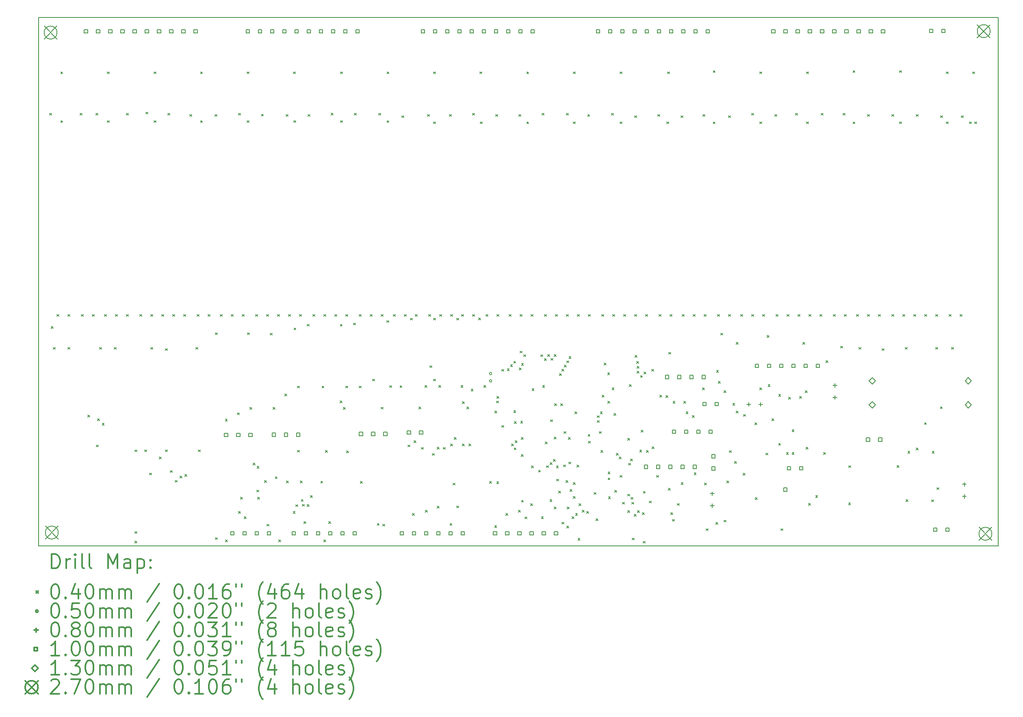
<source format=gbr>
%FSLAX45Y45*%
G04 Gerber Fmt 4.5, Leading zero omitted, Abs format (unit mm)*
G04 Created by KiCad (PCBNEW (5.0.1)-4) date 12/21/2018 8:20:01 AM*
%MOMM*%
%LPD*%
G01*
G04 APERTURE LIST*
%ADD10C,0.150000*%
%ADD11C,0.200000*%
%ADD12C,0.300000*%
G04 APERTURE END LIST*
D10*
X4981200Y-14498600D02*
X24981200Y-14498600D01*
X4981200Y-3498600D02*
X4981200Y-14498600D01*
X24981200Y-3498600D02*
X24981200Y-14498600D01*
D11*
X4981200Y-3498600D02*
X24981200Y-3498600D01*
D11*
X5212400Y-5491800D02*
X5252400Y-5531800D01*
X5252400Y-5491800D02*
X5212400Y-5531800D01*
X5243499Y-9930086D02*
X5283499Y-9970086D01*
X5283499Y-9930086D02*
X5243499Y-9970086D01*
X5288600Y-10368600D02*
X5328600Y-10408600D01*
X5328600Y-10368600D02*
X5288600Y-10408600D01*
X5364800Y-9682800D02*
X5404800Y-9722800D01*
X5404800Y-9682800D02*
X5364800Y-9722800D01*
X5445200Y-4628200D02*
X5485200Y-4668200D01*
X5485200Y-4628200D02*
X5445200Y-4668200D01*
X5445200Y-5644200D02*
X5485200Y-5684200D01*
X5485200Y-5644200D02*
X5445200Y-5684200D01*
X5593400Y-9682800D02*
X5633400Y-9722800D01*
X5633400Y-9682800D02*
X5593400Y-9722800D01*
X5593400Y-10368600D02*
X5633400Y-10408600D01*
X5633400Y-10368600D02*
X5593400Y-10408600D01*
X5847400Y-5491800D02*
X5887400Y-5531800D01*
X5887400Y-5491800D02*
X5847400Y-5531800D01*
X5872800Y-9682800D02*
X5912800Y-9722800D01*
X5912800Y-9682800D02*
X5872800Y-9722800D01*
X6008400Y-11776600D02*
X6048400Y-11816600D01*
X6048400Y-11776600D02*
X6008400Y-11816600D01*
X6101400Y-9682800D02*
X6141400Y-9722800D01*
X6141400Y-9682800D02*
X6101400Y-9722800D01*
X6177600Y-5491800D02*
X6217600Y-5531800D01*
X6217600Y-5491800D02*
X6177600Y-5531800D01*
X6185000Y-12400000D02*
X6225000Y-12440000D01*
X6225000Y-12400000D02*
X6185000Y-12440000D01*
X6210000Y-11855000D02*
X6250000Y-11895000D01*
X6250000Y-11855000D02*
X6210000Y-11895000D01*
X6253800Y-10368600D02*
X6293800Y-10408600D01*
X6293800Y-10368600D02*
X6253800Y-10408600D01*
X6310000Y-11945000D02*
X6350000Y-11985000D01*
X6350000Y-11945000D02*
X6310000Y-11985000D01*
X6355400Y-9682800D02*
X6395400Y-9722800D01*
X6395400Y-9682800D02*
X6355400Y-9722800D01*
X6416410Y-4628200D02*
X6456410Y-4668200D01*
X6456410Y-4628200D02*
X6416410Y-4668200D01*
X6416410Y-5644200D02*
X6456410Y-5684200D01*
X6456410Y-5644200D02*
X6416410Y-5684200D01*
X6558600Y-10368600D02*
X6598600Y-10408600D01*
X6598600Y-10368600D02*
X6558600Y-10408600D01*
X6584000Y-9682800D02*
X6624000Y-9722800D01*
X6624000Y-9682800D02*
X6584000Y-9722800D01*
X6812600Y-5491800D02*
X6852600Y-5531800D01*
X6852600Y-5491800D02*
X6812600Y-5531800D01*
X6812600Y-9682800D02*
X6852600Y-9722800D01*
X6852600Y-9682800D02*
X6812600Y-9722800D01*
X6990000Y-14400000D02*
X7030000Y-14440000D01*
X7030000Y-14400000D02*
X6990000Y-14440000D01*
X6990400Y-12502200D02*
X7030400Y-12542200D01*
X7030400Y-12502200D02*
X6990400Y-12542200D01*
X6990400Y-14204000D02*
X7030400Y-14244000D01*
X7030400Y-14204000D02*
X6990400Y-14244000D01*
X7092000Y-9682800D02*
X7132000Y-9722800D01*
X7132000Y-9682800D02*
X7092000Y-9722800D01*
X7193600Y-12502200D02*
X7233600Y-12542200D01*
X7233600Y-12502200D02*
X7193600Y-12542200D01*
X7219000Y-5466400D02*
X7259000Y-5506400D01*
X7259000Y-5466400D02*
X7219000Y-5506400D01*
X7295200Y-12984800D02*
X7335200Y-13024800D01*
X7335200Y-12984800D02*
X7295200Y-13024800D01*
X7320600Y-9682800D02*
X7360600Y-9722800D01*
X7360600Y-9682800D02*
X7320600Y-9722800D01*
X7320600Y-10368600D02*
X7360600Y-10408600D01*
X7360600Y-10368600D02*
X7320600Y-10408600D01*
X7387621Y-4628200D02*
X7427621Y-4668200D01*
X7427621Y-4628200D02*
X7387621Y-4668200D01*
X7387621Y-5644200D02*
X7427621Y-5684200D01*
X7427621Y-5644200D02*
X7387621Y-5684200D01*
X7496900Y-12646900D02*
X7536900Y-12686900D01*
X7536900Y-12646900D02*
X7496900Y-12686900D01*
X7549200Y-9682800D02*
X7589200Y-9722800D01*
X7589200Y-9682800D02*
X7549200Y-9722800D01*
X7625400Y-10394000D02*
X7665400Y-10434000D01*
X7665400Y-10394000D02*
X7625400Y-10434000D01*
X7625400Y-12502200D02*
X7665400Y-12542200D01*
X7665400Y-12502200D02*
X7625400Y-12542200D01*
X7676200Y-5491800D02*
X7716200Y-5531800D01*
X7716200Y-5491800D02*
X7676200Y-5531800D01*
X7727000Y-12934000D02*
X7767000Y-12974000D01*
X7767000Y-12934000D02*
X7727000Y-12974000D01*
X7777800Y-9682800D02*
X7817800Y-9722800D01*
X7817800Y-9682800D02*
X7777800Y-9722800D01*
X7828600Y-13137200D02*
X7868600Y-13177200D01*
X7868600Y-13137200D02*
X7828600Y-13177200D01*
X7930000Y-13045000D02*
X7970000Y-13085000D01*
X7970000Y-13045000D02*
X7930000Y-13085000D01*
X8006400Y-9682800D02*
X8046400Y-9722800D01*
X8046400Y-9682800D02*
X8006400Y-9722800D01*
X8031800Y-13015000D02*
X8071800Y-13055000D01*
X8071800Y-13015000D02*
X8031800Y-13055000D01*
X8133400Y-5517200D02*
X8173400Y-5557200D01*
X8173400Y-5517200D02*
X8133400Y-5557200D01*
X8260400Y-10368600D02*
X8300400Y-10408600D01*
X8300400Y-10368600D02*
X8260400Y-10408600D01*
X8285800Y-9682800D02*
X8325800Y-9722800D01*
X8325800Y-9682800D02*
X8285800Y-9722800D01*
X8311200Y-12502200D02*
X8351200Y-12542200D01*
X8351200Y-12502200D02*
X8311200Y-12542200D01*
X8358831Y-4628200D02*
X8398832Y-4668200D01*
X8398832Y-4628200D02*
X8358831Y-4668200D01*
X8358831Y-5644200D02*
X8398832Y-5684200D01*
X8398832Y-5644200D02*
X8358831Y-5684200D01*
X8514400Y-9682800D02*
X8554400Y-9722800D01*
X8554400Y-9682800D02*
X8514400Y-9722800D01*
X8657332Y-5517200D02*
X8697332Y-5557200D01*
X8697332Y-5517200D02*
X8657332Y-5557200D01*
X8665156Y-10063800D02*
X8705156Y-10103800D01*
X8705156Y-10063800D02*
X8665156Y-10103800D01*
X8666800Y-14331000D02*
X8706800Y-14371000D01*
X8706800Y-14331000D02*
X8666800Y-14371000D01*
X8768400Y-9682800D02*
X8808400Y-9722800D01*
X8808400Y-9682800D02*
X8768400Y-9722800D01*
X8875000Y-11860000D02*
X8915000Y-11900000D01*
X8915000Y-11860000D02*
X8875000Y-11900000D01*
X8878100Y-14373500D02*
X8918100Y-14413500D01*
X8918100Y-14373500D02*
X8878100Y-14413500D01*
X8997000Y-9682800D02*
X9037000Y-9722800D01*
X9037000Y-9682800D02*
X8997000Y-9722800D01*
X9125000Y-11730000D02*
X9165000Y-11770000D01*
X9165000Y-11730000D02*
X9125000Y-11770000D01*
X9149400Y-5491800D02*
X9189400Y-5531800D01*
X9189400Y-5491800D02*
X9149400Y-5531800D01*
X9151200Y-13786100D02*
X9191200Y-13826100D01*
X9191200Y-13786100D02*
X9151200Y-13826100D01*
X9195000Y-13484500D02*
X9235000Y-13524500D01*
X9235000Y-13484500D02*
X9195000Y-13524500D01*
X9225600Y-9682800D02*
X9265600Y-9722800D01*
X9265600Y-9682800D02*
X9225600Y-9722800D01*
X9270000Y-13895000D02*
X9310000Y-13935000D01*
X9310000Y-13895000D02*
X9270000Y-13935000D01*
X9330042Y-4628200D02*
X9370042Y-4668200D01*
X9370042Y-4628200D02*
X9330042Y-4668200D01*
X9330042Y-5644200D02*
X9370042Y-5684200D01*
X9370042Y-5644200D02*
X9330042Y-5684200D01*
X9337779Y-10063800D02*
X9377779Y-10103800D01*
X9377779Y-10063800D02*
X9337779Y-10103800D01*
X9385000Y-11615000D02*
X9425000Y-11655000D01*
X9425000Y-11615000D02*
X9385000Y-11655000D01*
X9455000Y-12776100D02*
X9495000Y-12816100D01*
X9495000Y-12776100D02*
X9455000Y-12816100D01*
X9505000Y-9682800D02*
X9545000Y-9722800D01*
X9545000Y-9682800D02*
X9505000Y-9722800D01*
X9530400Y-13340400D02*
X9570400Y-13380400D01*
X9570400Y-13340400D02*
X9530400Y-13380400D01*
X9535000Y-12844600D02*
X9575000Y-12884600D01*
X9575000Y-12844600D02*
X9535000Y-12884600D01*
X9550000Y-13484500D02*
X9590000Y-13524500D01*
X9590000Y-13484500D02*
X9550000Y-13524500D01*
X9628542Y-5506717D02*
X9668542Y-5546717D01*
X9668542Y-5506717D02*
X9628542Y-5546717D01*
X9688700Y-13139700D02*
X9728700Y-13179700D01*
X9728700Y-13139700D02*
X9688700Y-13179700D01*
X9733600Y-9682800D02*
X9773600Y-9722800D01*
X9773600Y-9682800D02*
X9733600Y-9722800D01*
X9740000Y-14050000D02*
X9780000Y-14090000D01*
X9780000Y-14050000D02*
X9740000Y-14090000D01*
X9809800Y-10071500D02*
X9849800Y-10111500D01*
X9849800Y-10071500D02*
X9809800Y-10111500D01*
X9871200Y-11618600D02*
X9911200Y-11658600D01*
X9911200Y-11618600D02*
X9871200Y-11658600D01*
X9915000Y-13060000D02*
X9955000Y-13100000D01*
X9955000Y-13060000D02*
X9915000Y-13100000D01*
X9962200Y-9682800D02*
X10002200Y-9722800D01*
X10002200Y-9682800D02*
X9962200Y-9722800D01*
X9990000Y-14373500D02*
X10030000Y-14413500D01*
X10030000Y-14373500D02*
X9990000Y-14413500D01*
X10115000Y-11335000D02*
X10155000Y-11375000D01*
X10155000Y-11335000D02*
X10115000Y-11375000D01*
X10140000Y-5517200D02*
X10180000Y-5557200D01*
X10180000Y-5517200D02*
X10140000Y-5557200D01*
X10151200Y-13148600D02*
X10191200Y-13188600D01*
X10191200Y-13148600D02*
X10151200Y-13188600D01*
X10190800Y-9682800D02*
X10230800Y-9722800D01*
X10230800Y-9682800D02*
X10190800Y-9722800D01*
X10288700Y-13786100D02*
X10328700Y-13826100D01*
X10328700Y-13786100D02*
X10288700Y-13826100D01*
X10292400Y-4628200D02*
X10332400Y-4668200D01*
X10332400Y-4628200D02*
X10292400Y-4668200D01*
X10301253Y-5644200D02*
X10341253Y-5684200D01*
X10341253Y-5644200D02*
X10301253Y-5684200D01*
X10304674Y-9962200D02*
X10344674Y-10002200D01*
X10344674Y-9962200D02*
X10304674Y-10002200D01*
X10343700Y-13643600D02*
X10383700Y-13683600D01*
X10383700Y-13643600D02*
X10343700Y-13683600D01*
X10375000Y-11171100D02*
X10415000Y-11211100D01*
X10415000Y-11171100D02*
X10375000Y-11211100D01*
X10380000Y-12508600D02*
X10420000Y-12548600D01*
X10420000Y-12508600D02*
X10380000Y-12548600D01*
X10419400Y-9682800D02*
X10459400Y-9722800D01*
X10459400Y-9682800D02*
X10419400Y-9722800D01*
X10433700Y-13148600D02*
X10473700Y-13188600D01*
X10473700Y-13148600D02*
X10433700Y-13188600D01*
X10458387Y-13533287D02*
X10498387Y-13573287D01*
X10498387Y-13533287D02*
X10458387Y-13573287D01*
X10481200Y-13636100D02*
X10521200Y-13676100D01*
X10521200Y-13636100D02*
X10481200Y-13676100D01*
X10510600Y-13995000D02*
X10550600Y-14035000D01*
X10550600Y-13995000D02*
X10510600Y-14035000D01*
X10579900Y-13636900D02*
X10619900Y-13676900D01*
X10619900Y-13636900D02*
X10579900Y-13676900D01*
X10583320Y-9886000D02*
X10623320Y-9926000D01*
X10623320Y-9886000D02*
X10583320Y-9926000D01*
X10597200Y-5517200D02*
X10637200Y-5557200D01*
X10637200Y-5517200D02*
X10597200Y-5557200D01*
X10648400Y-13451599D02*
X10688400Y-13491599D01*
X10688400Y-13451599D02*
X10648400Y-13491599D01*
X10698800Y-9682800D02*
X10738800Y-9722800D01*
X10738800Y-9682800D02*
X10698800Y-9722800D01*
X10863700Y-13153600D02*
X10903700Y-13193600D01*
X10903700Y-13153600D02*
X10863700Y-13193600D01*
X10888700Y-11171100D02*
X10928700Y-11211100D01*
X10928700Y-11171100D02*
X10888700Y-11211100D01*
X10925000Y-14373500D02*
X10965000Y-14413500D01*
X10965000Y-14373500D02*
X10925000Y-14413500D01*
X10927400Y-9682800D02*
X10967400Y-9722800D01*
X10967400Y-9682800D02*
X10927400Y-9722800D01*
X10960000Y-12515000D02*
X11000000Y-12555000D01*
X11000000Y-12515000D02*
X10960000Y-12555000D01*
X11030000Y-13995000D02*
X11070000Y-14035000D01*
X11070000Y-13995000D02*
X11030000Y-14035000D01*
X11082836Y-5488945D02*
X11122836Y-5528945D01*
X11122836Y-5488945D02*
X11082836Y-5528945D01*
X11156000Y-9682800D02*
X11196000Y-9722800D01*
X11196000Y-9682800D02*
X11156000Y-9722800D01*
X11265000Y-11480000D02*
X11305000Y-11520000D01*
X11305000Y-11480000D02*
X11265000Y-11520000D01*
X11271568Y-9886000D02*
X11311568Y-9926000D01*
X11311568Y-9886000D02*
X11271568Y-9926000D01*
X11272463Y-4628200D02*
X11312463Y-4668200D01*
X11312463Y-4628200D02*
X11272463Y-4668200D01*
X11272463Y-5644200D02*
X11312463Y-5684200D01*
X11312463Y-5644200D02*
X11272463Y-5684200D01*
X11333800Y-11616100D02*
X11373800Y-11656100D01*
X11373800Y-11616100D02*
X11333800Y-11656100D01*
X11384600Y-9682800D02*
X11424600Y-9722800D01*
X11424600Y-9682800D02*
X11384600Y-9722800D01*
X11384600Y-11171100D02*
X11424600Y-11211100D01*
X11424600Y-11171100D02*
X11384600Y-11211100D01*
X11400000Y-12520000D02*
X11440000Y-12560000D01*
X11440000Y-12520000D02*
X11400000Y-12560000D01*
X11547978Y-9860600D02*
X11587978Y-9900600D01*
X11587978Y-9860600D02*
X11547978Y-9900600D01*
X11561199Y-5491800D02*
X11601199Y-5531800D01*
X11601199Y-5491800D02*
X11561199Y-5531800D01*
X11664000Y-9682800D02*
X11704000Y-9722800D01*
X11704000Y-9682800D02*
X11664000Y-9722800D01*
X11664000Y-11171100D02*
X11704000Y-11211100D01*
X11704000Y-11171100D02*
X11664000Y-11211100D01*
X11690500Y-13155000D02*
X11730500Y-13195000D01*
X11730500Y-13155000D02*
X11690500Y-13195000D01*
X11892600Y-9682800D02*
X11932600Y-9722800D01*
X11932600Y-9682800D02*
X11892600Y-9722800D01*
X11943400Y-11029000D02*
X11983400Y-11069000D01*
X11983400Y-11029000D02*
X11943400Y-11069000D01*
X12041200Y-14034100D02*
X12081200Y-14074100D01*
X12081200Y-14034100D02*
X12041200Y-14074100D01*
X12070400Y-5491800D02*
X12110400Y-5531800D01*
X12110400Y-5491800D02*
X12070400Y-5531800D01*
X12121200Y-9682800D02*
X12161200Y-9722800D01*
X12161200Y-9682800D02*
X12121200Y-9722800D01*
X12121200Y-11613200D02*
X12161200Y-11653200D01*
X12161200Y-11613200D02*
X12121200Y-11653200D01*
X12154387Y-14050413D02*
X12194387Y-14090413D01*
X12194387Y-14050413D02*
X12154387Y-14090413D01*
X12238463Y-9809800D02*
X12278463Y-9849800D01*
X12278463Y-9809800D02*
X12238463Y-9849800D01*
X12243673Y-4628200D02*
X12283673Y-4668200D01*
X12283673Y-4628200D02*
X12243673Y-4668200D01*
X12243673Y-5644200D02*
X12283673Y-5684200D01*
X12283673Y-5644200D02*
X12243673Y-5684200D01*
X12299000Y-11163600D02*
X12339000Y-11203600D01*
X12339000Y-11163600D02*
X12299000Y-11203600D01*
X12375200Y-9682800D02*
X12415200Y-9722800D01*
X12415200Y-9682800D02*
X12375200Y-9722800D01*
X12515000Y-11163600D02*
X12555000Y-11203600D01*
X12555000Y-11163600D02*
X12515000Y-11203600D01*
X12553738Y-5542600D02*
X12593738Y-5582600D01*
X12593738Y-5542600D02*
X12553738Y-5582600D01*
X12603800Y-9682800D02*
X12643800Y-9722800D01*
X12643800Y-9682800D02*
X12603800Y-9722800D01*
X12680000Y-12400600D02*
X12720000Y-12440600D01*
X12720000Y-12400600D02*
X12680000Y-12440600D01*
X12730800Y-9759000D02*
X12770800Y-9799000D01*
X12770800Y-9759000D02*
X12730800Y-9799000D01*
X12773700Y-13828600D02*
X12813700Y-13868600D01*
X12813700Y-13828600D02*
X12773700Y-13868600D01*
X12807000Y-12310600D02*
X12847000Y-12350600D01*
X12847000Y-12310600D02*
X12807000Y-12350600D01*
X12832400Y-9682800D02*
X12872400Y-9722800D01*
X12872400Y-9682800D02*
X12832400Y-9722800D01*
X12908600Y-11606100D02*
X12948600Y-11646100D01*
X12948600Y-11606100D02*
X12908600Y-11646100D01*
X12959400Y-12451400D02*
X12999400Y-12491400D01*
X12999400Y-12451400D02*
X12959400Y-12491400D01*
X13035600Y-11161100D02*
X13075600Y-11201100D01*
X13075600Y-11161100D02*
X13035600Y-11201100D01*
X13046200Y-13760100D02*
X13086200Y-13800100D01*
X13086200Y-13760100D02*
X13046200Y-13800100D01*
X13086400Y-5517200D02*
X13126400Y-5557200D01*
X13126400Y-5517200D02*
X13086400Y-5557200D01*
X13111800Y-9682800D02*
X13151800Y-9722800D01*
X13151800Y-9682800D02*
X13111800Y-9722800D01*
X13137200Y-10749600D02*
X13177200Y-10789600D01*
X13177200Y-10749600D02*
X13137200Y-10789600D01*
X13188000Y-12578400D02*
X13228000Y-12618400D01*
X13228000Y-12578400D02*
X13188000Y-12618400D01*
X13213400Y-9759000D02*
X13253400Y-9799000D01*
X13253400Y-9759000D02*
X13213400Y-9799000D01*
X13213400Y-11029000D02*
X13253400Y-11069000D01*
X13253400Y-11029000D02*
X13213400Y-11069000D01*
X13214884Y-4628200D02*
X13254884Y-4668200D01*
X13254884Y-4628200D02*
X13214884Y-4668200D01*
X13214884Y-5669600D02*
X13254884Y-5709600D01*
X13254884Y-5669600D02*
X13214884Y-5709600D01*
X13289600Y-12448600D02*
X13329600Y-12488600D01*
X13329600Y-12448600D02*
X13289600Y-12488600D01*
X13291200Y-13675100D02*
X13331200Y-13715100D01*
X13331200Y-13675100D02*
X13291200Y-13715100D01*
X13326200Y-11161100D02*
X13366200Y-11201100D01*
X13366200Y-11161100D02*
X13326200Y-11201100D01*
X13340400Y-9682800D02*
X13380400Y-9722800D01*
X13380400Y-9682800D02*
X13340400Y-9722800D01*
X13416600Y-12451400D02*
X13456600Y-12491400D01*
X13456600Y-12451400D02*
X13416600Y-12491400D01*
X13543600Y-5517200D02*
X13583600Y-5557200D01*
X13583600Y-5517200D02*
X13543600Y-5557200D01*
X13556200Y-14034100D02*
X13596200Y-14074100D01*
X13596200Y-14034100D02*
X13556200Y-14074100D01*
X13569000Y-9682800D02*
X13609000Y-9722800D01*
X13609000Y-9682800D02*
X13569000Y-9722800D01*
X13569000Y-12379100D02*
X13609000Y-12419100D01*
X13609000Y-12379100D02*
X13569000Y-12419100D01*
X13619800Y-13195901D02*
X13659800Y-13235901D01*
X13659800Y-13195901D02*
X13619800Y-13235901D01*
X13645200Y-12242100D02*
X13685200Y-12282100D01*
X13685200Y-12242100D02*
X13645200Y-12282100D01*
X13696000Y-9759000D02*
X13736000Y-9799000D01*
X13736000Y-9759000D02*
X13696000Y-9799000D01*
X13696000Y-13670600D02*
X13736000Y-13710600D01*
X13736000Y-13670600D02*
X13696000Y-13710600D01*
X13786200Y-11161100D02*
X13826200Y-11201100D01*
X13826200Y-11161100D02*
X13786200Y-11201100D01*
X13797600Y-9682800D02*
X13837600Y-9722800D01*
X13837600Y-9682800D02*
X13797600Y-9722800D01*
X13815000Y-11495000D02*
X13855000Y-11535000D01*
X13855000Y-11495000D02*
X13815000Y-11535000D01*
X13815000Y-12380000D02*
X13855000Y-12420000D01*
X13855000Y-12380000D02*
X13815000Y-12420000D01*
X13908700Y-11606100D02*
X13948700Y-11646100D01*
X13948700Y-11606100D02*
X13908700Y-11646100D01*
X13950000Y-12379100D02*
X13990000Y-12419100D01*
X13990000Y-12379100D02*
X13950000Y-12419100D01*
X13997200Y-11233600D02*
X14037200Y-11273600D01*
X14037200Y-11233600D02*
X13997200Y-11273600D01*
X14026200Y-5491800D02*
X14066200Y-5531800D01*
X14066200Y-5491800D02*
X14026200Y-5531800D01*
X14026200Y-9682800D02*
X14066200Y-9722800D01*
X14066200Y-9682800D02*
X14026200Y-9722800D01*
X14152950Y-9751300D02*
X14192950Y-9791300D01*
X14192950Y-9751300D02*
X14152950Y-9791300D01*
X14178600Y-4628200D02*
X14218600Y-4668200D01*
X14218600Y-4628200D02*
X14178600Y-4668200D01*
X14186094Y-5669600D02*
X14226094Y-5709600D01*
X14226094Y-5669600D02*
X14186094Y-5709600D01*
X14261200Y-11158600D02*
X14301200Y-11198600D01*
X14301200Y-11158600D02*
X14261200Y-11198600D01*
X14305600Y-9682800D02*
X14345600Y-9722800D01*
X14345600Y-9682800D02*
X14305600Y-9722800D01*
X14385000Y-13155000D02*
X14425000Y-13195000D01*
X14425000Y-13155000D02*
X14385000Y-13195000D01*
X14488700Y-14077100D02*
X14528700Y-14117100D01*
X14528700Y-14077100D02*
X14488700Y-14117100D01*
X14489200Y-11689600D02*
X14529200Y-11729600D01*
X14529200Y-11689600D02*
X14489200Y-11729600D01*
X14508800Y-5517200D02*
X14548800Y-5557200D01*
X14548800Y-5517200D02*
X14508800Y-5557200D01*
X14526200Y-11486100D02*
X14566200Y-11526100D01*
X14566200Y-11486100D02*
X14526200Y-11526100D01*
X14530000Y-13165000D02*
X14570000Y-13205000D01*
X14570000Y-13165000D02*
X14530000Y-13205000D01*
X14532700Y-11386100D02*
X14572700Y-11426100D01*
X14572700Y-11386100D02*
X14532700Y-11426100D01*
X14534200Y-9682800D02*
X14574200Y-9722800D01*
X14574200Y-9682800D02*
X14534200Y-9722800D01*
X14635800Y-10825800D02*
X14675800Y-10865800D01*
X14675800Y-10825800D02*
X14635800Y-10865800D01*
X14635800Y-11994200D02*
X14675800Y-12034200D01*
X14675800Y-11994200D02*
X14635800Y-12034200D01*
X14721200Y-13828600D02*
X14761200Y-13868600D01*
X14761200Y-13828600D02*
X14721200Y-13868600D01*
X14749763Y-10812466D02*
X14789763Y-10852466D01*
X14789763Y-10812466D02*
X14749763Y-10852466D01*
X14788200Y-9682800D02*
X14828200Y-9722800D01*
X14828200Y-9682800D02*
X14788200Y-9722800D01*
X14818263Y-10728600D02*
X14858263Y-10768600D01*
X14858263Y-10728600D02*
X14818263Y-10768600D01*
X14839000Y-12379100D02*
X14879000Y-12419100D01*
X14879000Y-12379100D02*
X14839000Y-12419100D01*
X14886763Y-10656037D02*
X14926763Y-10696037D01*
X14926763Y-10656037D02*
X14886763Y-10696037D01*
X14886763Y-11683600D02*
X14926763Y-11723600D01*
X14926763Y-11683600D02*
X14886763Y-11723600D01*
X14894191Y-12457649D02*
X14934191Y-12497649D01*
X14934191Y-12457649D02*
X14894191Y-12497649D01*
X14899200Y-11911101D02*
X14939200Y-11951101D01*
X14939200Y-11911101D02*
X14899200Y-11951101D01*
X14915200Y-12310600D02*
X14955200Y-12350600D01*
X14955200Y-12310600D02*
X14915200Y-12350600D01*
X14986200Y-13761100D02*
X15026200Y-13801100D01*
X15026200Y-13761100D02*
X14986200Y-13801100D01*
X14991400Y-5517200D02*
X15031400Y-5557200D01*
X15031400Y-5517200D02*
X14991400Y-5557200D01*
X15002700Y-10792840D02*
X15042700Y-10832840D01*
X15042700Y-10792840D02*
X15002700Y-10832840D01*
X15016800Y-9682800D02*
X15056800Y-9722800D01*
X15056800Y-9682800D02*
X15016800Y-9722800D01*
X15016800Y-10444800D02*
X15056800Y-10484800D01*
X15056800Y-10444800D02*
X15016800Y-10484800D01*
X15030284Y-11905100D02*
X15070284Y-11945100D01*
X15070284Y-11905100D02*
X15030284Y-11945100D01*
X15042200Y-12596541D02*
X15082200Y-12636541D01*
X15082200Y-12596541D02*
X15042200Y-12636541D01*
X15043700Y-12242100D02*
X15083700Y-12282100D01*
X15083700Y-12242100D02*
X15043700Y-12282100D01*
X15047700Y-10703500D02*
X15087700Y-10743500D01*
X15087700Y-10703500D02*
X15047700Y-10743500D01*
X15047700Y-13551600D02*
X15087700Y-13591600D01*
X15087700Y-13551600D02*
X15047700Y-13591600D01*
X15095846Y-10518923D02*
X15135846Y-10558923D01*
X15135846Y-10518923D02*
X15095846Y-10558923D01*
X15116200Y-13898600D02*
X15156200Y-13938600D01*
X15156200Y-13898600D02*
X15116200Y-13938600D01*
X15157305Y-4628200D02*
X15197305Y-4668200D01*
X15197305Y-4628200D02*
X15157305Y-4668200D01*
X15157305Y-5669600D02*
X15197305Y-5709600D01*
X15197305Y-5669600D02*
X15157305Y-5709600D01*
X15236200Y-13622600D02*
X15276200Y-13662600D01*
X15276200Y-13622600D02*
X15236200Y-13662600D01*
X15245400Y-9682800D02*
X15285400Y-9722800D01*
X15285400Y-9682800D02*
X15245400Y-9722800D01*
X15251200Y-12833600D02*
X15291200Y-12873600D01*
X15291200Y-12833600D02*
X15251200Y-12873600D01*
X15266200Y-11225455D02*
X15306200Y-11265455D01*
X15306200Y-11225455D02*
X15266200Y-11265455D01*
X15401200Y-12923600D02*
X15441200Y-12963600D01*
X15441200Y-12923600D02*
X15401200Y-12963600D01*
X15448600Y-10521000D02*
X15488600Y-10561000D01*
X15488600Y-10521000D02*
X15448600Y-10561000D01*
X15461617Y-13896600D02*
X15501617Y-13936600D01*
X15501617Y-13896600D02*
X15461617Y-13936600D01*
X15474000Y-5491800D02*
X15514000Y-5531800D01*
X15514000Y-5491800D02*
X15474000Y-5531800D01*
X15486200Y-11156955D02*
X15526200Y-11196955D01*
X15526200Y-11156955D02*
X15486200Y-11196955D01*
X15523700Y-10599145D02*
X15563700Y-10639145D01*
X15563700Y-10599145D02*
X15523700Y-10639145D01*
X15524800Y-9682800D02*
X15564800Y-9722800D01*
X15564800Y-9682800D02*
X15524800Y-9722800D01*
X15540561Y-12338404D02*
X15580561Y-12378404D01*
X15580561Y-12338404D02*
X15540561Y-12378404D01*
X15568700Y-12831100D02*
X15608700Y-12871100D01*
X15608700Y-12831100D02*
X15568700Y-12871100D01*
X15592200Y-10513300D02*
X15632200Y-10553300D01*
X15632200Y-10513300D02*
X15592200Y-10553300D01*
X15638700Y-13538600D02*
X15678700Y-13578600D01*
X15678700Y-13538600D02*
X15638700Y-13578600D01*
X15640604Y-12767493D02*
X15680604Y-12807493D01*
X15680604Y-12767493D02*
X15640604Y-12807493D01*
X15650000Y-11875000D02*
X15690000Y-11915000D01*
X15690000Y-11875000D02*
X15650000Y-11915000D01*
X15660700Y-10597200D02*
X15700700Y-10637200D01*
X15700700Y-10597200D02*
X15660700Y-10637200D01*
X15709447Y-12700585D02*
X15749447Y-12740585D01*
X15749447Y-12700585D02*
X15709447Y-12740585D01*
X15728000Y-13691100D02*
X15768000Y-13731100D01*
X15768000Y-13691100D02*
X15728000Y-13731100D01*
X15729200Y-10513300D02*
X15769200Y-10553300D01*
X15769200Y-10513300D02*
X15729200Y-10553300D01*
X15731200Y-12233600D02*
X15771200Y-12273600D01*
X15771200Y-12233600D02*
X15731200Y-12273600D01*
X15733700Y-11541100D02*
X15773700Y-11581100D01*
X15773700Y-11541100D02*
X15733700Y-11581100D01*
X15753400Y-9682800D02*
X15793400Y-9722800D01*
X15793400Y-9682800D02*
X15753400Y-9722800D01*
X15774700Y-12835404D02*
X15814700Y-12875404D01*
X15814700Y-12835404D02*
X15774700Y-12875404D01*
X15778800Y-13111800D02*
X15818800Y-13151800D01*
X15818800Y-13111800D02*
X15778800Y-13151800D01*
X15820000Y-13360000D02*
X15860000Y-13400000D01*
X15860000Y-13360000D02*
X15820000Y-13400000D01*
X15837700Y-10911427D02*
X15877700Y-10951427D01*
X15877700Y-10911427D02*
X15837700Y-10951427D01*
X15861200Y-11538600D02*
X15901200Y-11578600D01*
X15901200Y-11538600D02*
X15861200Y-11578600D01*
X15886200Y-14008600D02*
X15926200Y-14048600D01*
X15926200Y-14008600D02*
X15886200Y-14048600D01*
X15887700Y-10822671D02*
X15927700Y-10862671D01*
X15927700Y-10822671D02*
X15887700Y-10862671D01*
X15925000Y-12815000D02*
X15965000Y-12855000D01*
X15965000Y-12815000D02*
X15925000Y-12855000D01*
X15931200Y-12121200D02*
X15971200Y-12161200D01*
X15971200Y-12121200D02*
X15931200Y-12161200D01*
X15937700Y-10736882D02*
X15977700Y-10776882D01*
X15977700Y-10736882D02*
X15937700Y-10776882D01*
X15974700Y-13137333D02*
X16014700Y-13177333D01*
X16014700Y-13137333D02*
X15974700Y-13177333D01*
X15982000Y-5491800D02*
X16022000Y-5531800D01*
X16022000Y-5491800D02*
X15982000Y-5531800D01*
X15982000Y-9682800D02*
X16022000Y-9722800D01*
X16022000Y-9682800D02*
X15982000Y-9722800D01*
X15987700Y-10648000D02*
X16027700Y-10688000D01*
X16027700Y-10648000D02*
X15987700Y-10688000D01*
X15991200Y-14086100D02*
X16031200Y-14126100D01*
X16031200Y-14086100D02*
X15991200Y-14126100D01*
X15998700Y-13691100D02*
X16038700Y-13731100D01*
X16038700Y-13691100D02*
X15998700Y-13731100D01*
X16026200Y-12240600D02*
X16066200Y-12280600D01*
X16066200Y-12240600D02*
X16026200Y-12280600D01*
X16032800Y-12756200D02*
X16072800Y-12796200D01*
X16072800Y-12756200D02*
X16032800Y-12796200D01*
X16037700Y-10555413D02*
X16077700Y-10595413D01*
X16077700Y-10555413D02*
X16037700Y-10595413D01*
X16060000Y-13325000D02*
X16100000Y-13365000D01*
X16100000Y-13325000D02*
X16060000Y-13365000D01*
X16102344Y-13896600D02*
X16142344Y-13936600D01*
X16142344Y-13896600D02*
X16102344Y-13936600D01*
X16125000Y-13185000D02*
X16165000Y-13225000D01*
X16165000Y-13185000D02*
X16125000Y-13225000D01*
X16126271Y-13470100D02*
X16166271Y-13510100D01*
X16166271Y-13470100D02*
X16126271Y-13510100D01*
X16128515Y-4628200D02*
X16168515Y-4668200D01*
X16168515Y-4628200D02*
X16128515Y-4668200D01*
X16128515Y-5669600D02*
X16168515Y-5709600D01*
X16168515Y-5669600D02*
X16128515Y-5709600D01*
X16160200Y-11710000D02*
X16200200Y-11750000D01*
X16200200Y-11710000D02*
X16160200Y-11750000D01*
X16173700Y-13828100D02*
X16213700Y-13868100D01*
X16213700Y-13828100D02*
X16173700Y-13868100D01*
X16205000Y-12820000D02*
X16245000Y-12860000D01*
X16245000Y-12820000D02*
X16205000Y-12860000D01*
X16210600Y-9682800D02*
X16250600Y-9722800D01*
X16250600Y-9682800D02*
X16210600Y-9722800D01*
X16223700Y-14343600D02*
X16263700Y-14383600D01*
X16263700Y-14343600D02*
X16223700Y-14383600D01*
X16244684Y-13622600D02*
X16284684Y-13662600D01*
X16284684Y-13622600D02*
X16244684Y-13662600D01*
X16313248Y-13759600D02*
X16353248Y-13799600D01*
X16353248Y-13759600D02*
X16313248Y-13799600D01*
X16406200Y-13783600D02*
X16446200Y-13823600D01*
X16446200Y-13783600D02*
X16406200Y-13823600D01*
X16427015Y-5517200D02*
X16467015Y-5557200D01*
X16467015Y-5517200D02*
X16427015Y-5557200D01*
X16435000Y-12180000D02*
X16475000Y-12220000D01*
X16475000Y-12180000D02*
X16435000Y-12220000D01*
X16437700Y-12324400D02*
X16477700Y-12364400D01*
X16477700Y-12324400D02*
X16437700Y-12364400D01*
X16439200Y-9682800D02*
X16479200Y-9722800D01*
X16479200Y-9682800D02*
X16439200Y-9722800D01*
X16557350Y-13391200D02*
X16597350Y-13431200D01*
X16597350Y-13391200D02*
X16557350Y-13431200D01*
X16601200Y-13938600D02*
X16641200Y-13978600D01*
X16641200Y-13938600D02*
X16601200Y-13978600D01*
X16624700Y-11791000D02*
X16664700Y-11831000D01*
X16664700Y-11791000D02*
X16624700Y-11831000D01*
X16624700Y-11892600D02*
X16664700Y-11932600D01*
X16664700Y-11892600D02*
X16624700Y-11932600D01*
X16667800Y-12121200D02*
X16707800Y-12161200D01*
X16707800Y-12121200D02*
X16667800Y-12161200D01*
X16690200Y-11709600D02*
X16730200Y-11749600D01*
X16730200Y-11709600D02*
X16690200Y-11749600D01*
X16700894Y-12512818D02*
X16740894Y-12552818D01*
X16740894Y-12512818D02*
X16700894Y-12552818D01*
X16718600Y-9682800D02*
X16758600Y-9722800D01*
X16758600Y-9682800D02*
X16718600Y-9722800D01*
X16730200Y-11363600D02*
X16770200Y-11403600D01*
X16770200Y-11363600D02*
X16730200Y-11403600D01*
X16772137Y-10694537D02*
X16812137Y-10734537D01*
X16812137Y-10694537D02*
X16772137Y-10734537D01*
X16841200Y-10898600D02*
X16881200Y-10938600D01*
X16881200Y-10898600D02*
X16841200Y-10938600D01*
X16848700Y-11488600D02*
X16888700Y-11528600D01*
X16888700Y-11488600D02*
X16848700Y-11528600D01*
X16851200Y-12963600D02*
X16891200Y-13003600D01*
X16891200Y-12963600D02*
X16851200Y-13003600D01*
X16851200Y-13085000D02*
X16891200Y-13125000D01*
X16891200Y-13085000D02*
X16851200Y-13125000D01*
X16857864Y-13478530D02*
X16897864Y-13518530D01*
X16897864Y-13478530D02*
X16857864Y-13518530D01*
X16921800Y-5491800D02*
X16961800Y-5531800D01*
X16961800Y-5491800D02*
X16921800Y-5531800D01*
X16933700Y-11208600D02*
X16973700Y-11248600D01*
X16973700Y-11208600D02*
X16933700Y-11248600D01*
X16947200Y-9682800D02*
X16987200Y-9722800D01*
X16987200Y-9682800D02*
X16947200Y-9722800D01*
X16974851Y-11743549D02*
X17014851Y-11783549D01*
X17014851Y-11743549D02*
X16974851Y-11783549D01*
X16991200Y-13343600D02*
X17031200Y-13383600D01*
X17031200Y-13343600D02*
X16991200Y-13383600D01*
X17021200Y-12573600D02*
X17061200Y-12613600D01*
X17061200Y-12573600D02*
X17021200Y-12613600D01*
X17080932Y-12648754D02*
X17120932Y-12688754D01*
X17120932Y-12648754D02*
X17080932Y-12688754D01*
X17099600Y-13035600D02*
X17139600Y-13075600D01*
X17139600Y-13035600D02*
X17099600Y-13075600D01*
X17099726Y-4628200D02*
X17139726Y-4668200D01*
X17139726Y-4628200D02*
X17099726Y-4668200D01*
X17099726Y-5669600D02*
X17139726Y-5709600D01*
X17139726Y-5669600D02*
X17099726Y-5709600D01*
X17151200Y-13593600D02*
X17191200Y-13633600D01*
X17191200Y-13593600D02*
X17151200Y-13633600D01*
X17175800Y-9682800D02*
X17215800Y-9722800D01*
X17215800Y-9682800D02*
X17175800Y-9722800D01*
X17261200Y-13423600D02*
X17301200Y-13463600D01*
X17301200Y-13423600D02*
X17261200Y-13463600D01*
X17261200Y-13768600D02*
X17301200Y-13808600D01*
X17301200Y-13768600D02*
X17261200Y-13808600D01*
X17263629Y-12261029D02*
X17303629Y-12301029D01*
X17303629Y-12261029D02*
X17263629Y-12301029D01*
X17277400Y-12781600D02*
X17317400Y-12821600D01*
X17317400Y-12781600D02*
X17277400Y-12821600D01*
X17295000Y-11145000D02*
X17335000Y-11185000D01*
X17335000Y-11145000D02*
X17295000Y-11185000D01*
X17319095Y-12693500D02*
X17359095Y-12733500D01*
X17359095Y-12693500D02*
X17319095Y-12733500D01*
X17329700Y-13492800D02*
X17369700Y-13532800D01*
X17369700Y-13492800D02*
X17329700Y-13532800D01*
X17346200Y-13593600D02*
X17386200Y-13633600D01*
X17386200Y-13593600D02*
X17346200Y-13633600D01*
X17351200Y-14338600D02*
X17391200Y-14378600D01*
X17391200Y-14338600D02*
X17351200Y-14378600D01*
X17396200Y-13843600D02*
X17436200Y-13883600D01*
X17436200Y-13843600D02*
X17396200Y-13883600D01*
X17404400Y-5542600D02*
X17444400Y-5582600D01*
X17444400Y-5542600D02*
X17404400Y-5582600D01*
X17404400Y-9682800D02*
X17444400Y-9722800D01*
X17444400Y-9682800D02*
X17404400Y-9722800D01*
X17415000Y-10535000D02*
X17455000Y-10575000D01*
X17455000Y-10535000D02*
X17415000Y-10575000D01*
X17449137Y-10662537D02*
X17489137Y-10702537D01*
X17489137Y-10662537D02*
X17449137Y-10702537D01*
X17457200Y-10763600D02*
X17497200Y-10803600D01*
X17497200Y-10763600D02*
X17457200Y-10803600D01*
X17458081Y-10862688D02*
X17498081Y-10902688D01*
X17498081Y-10862688D02*
X17458081Y-10902688D01*
X17464700Y-13769600D02*
X17504700Y-13809600D01*
X17504700Y-13769600D02*
X17464700Y-13809600D01*
X17511200Y-12505100D02*
X17551200Y-12545100D01*
X17551200Y-12505100D02*
X17511200Y-12545100D01*
X17526581Y-10952710D02*
X17566581Y-10992710D01*
X17566581Y-10952710D02*
X17526581Y-10992710D01*
X17541200Y-12091100D02*
X17581200Y-12131100D01*
X17581200Y-12091100D02*
X17541200Y-12131100D01*
X17566200Y-13808600D02*
X17606200Y-13848600D01*
X17606200Y-13808600D02*
X17566200Y-13848600D01*
X17580000Y-14405000D02*
X17620000Y-14445000D01*
X17620000Y-14405000D02*
X17580000Y-14445000D01*
X17586200Y-13363600D02*
X17626200Y-13403600D01*
X17626200Y-13363600D02*
X17586200Y-13403600D01*
X17596613Y-10879013D02*
X17636613Y-10919013D01*
X17636613Y-10879013D02*
X17596613Y-10919013D01*
X17633000Y-9682800D02*
X17673000Y-9722800D01*
X17673000Y-9682800D02*
X17633000Y-9722800D01*
X17650000Y-12515000D02*
X17690000Y-12555000D01*
X17690000Y-12515000D02*
X17650000Y-12555000D01*
X17709200Y-13569000D02*
X17749200Y-13609000D01*
X17749200Y-13569000D02*
X17709200Y-13609000D01*
X17760000Y-10825800D02*
X17800000Y-10865800D01*
X17800000Y-10825800D02*
X17760000Y-10865800D01*
X17770000Y-12440000D02*
X17810000Y-12480000D01*
X17810000Y-12440000D02*
X17770000Y-12480000D01*
X17860000Y-13035000D02*
X17900000Y-13075000D01*
X17900000Y-13035000D02*
X17860000Y-13075000D01*
X17887000Y-5517200D02*
X17927000Y-5557200D01*
X17927000Y-5517200D02*
X17887000Y-5557200D01*
X17912400Y-9682800D02*
X17952400Y-9722800D01*
X17952400Y-9682800D02*
X17912400Y-9722800D01*
X17930000Y-11363600D02*
X17970000Y-11403600D01*
X17970000Y-11363600D02*
X17930000Y-11403600D01*
X18055000Y-11370000D02*
X18095000Y-11410000D01*
X18095000Y-11370000D02*
X18055000Y-11410000D01*
X18070937Y-5669600D02*
X18110937Y-5709600D01*
X18110937Y-5669600D02*
X18070937Y-5709600D01*
X18090200Y-4628200D02*
X18130200Y-4668200D01*
X18130200Y-4628200D02*
X18090200Y-4668200D01*
X18105000Y-13300000D02*
X18145000Y-13340000D01*
X18145000Y-13300000D02*
X18105000Y-13340000D01*
X18115600Y-10470200D02*
X18155600Y-10510200D01*
X18155600Y-10470200D02*
X18115600Y-10510200D01*
X18141000Y-9682800D02*
X18181000Y-9722800D01*
X18181000Y-9682800D02*
X18141000Y-9722800D01*
X18156200Y-13808600D02*
X18196200Y-13848600D01*
X18196200Y-13808600D02*
X18156200Y-13848600D01*
X18191200Y-13948600D02*
X18231200Y-13988600D01*
X18231200Y-13948600D02*
X18191200Y-13988600D01*
X18205000Y-11490000D02*
X18245000Y-11530000D01*
X18245000Y-11490000D02*
X18205000Y-11530000D01*
X18293400Y-13619800D02*
X18333400Y-13659800D01*
X18333400Y-13619800D02*
X18293400Y-13659800D01*
X18369600Y-5542600D02*
X18409600Y-5582600D01*
X18409600Y-5542600D02*
X18369600Y-5582600D01*
X18375000Y-13185000D02*
X18415000Y-13225000D01*
X18415000Y-13185000D02*
X18375000Y-13225000D01*
X18395000Y-9682800D02*
X18435000Y-9722800D01*
X18435000Y-9682800D02*
X18395000Y-9722800D01*
X18430000Y-11488600D02*
X18470000Y-11528600D01*
X18470000Y-11488600D02*
X18430000Y-11528600D01*
X18475000Y-11709600D02*
X18515000Y-11749600D01*
X18515000Y-11709600D02*
X18475000Y-11749600D01*
X18605000Y-11782600D02*
X18645000Y-11822600D01*
X18645000Y-11782600D02*
X18605000Y-11822600D01*
X18623600Y-9682800D02*
X18663600Y-9722800D01*
X18663600Y-9682800D02*
X18623600Y-9722800D01*
X18645000Y-12980000D02*
X18685000Y-13020000D01*
X18685000Y-12980000D02*
X18645000Y-13020000D01*
X18816200Y-11207600D02*
X18856200Y-11247600D01*
X18856200Y-11207600D02*
X18816200Y-11247600D01*
X18826800Y-5517200D02*
X18866800Y-5557200D01*
X18866800Y-5517200D02*
X18826800Y-5557200D01*
X18852200Y-9682800D02*
X18892200Y-9722800D01*
X18892200Y-9682800D02*
X18852200Y-9722800D01*
X18861200Y-13193600D02*
X18901200Y-13233600D01*
X18901200Y-13193600D02*
X18861200Y-13233600D01*
X18895000Y-14143600D02*
X18935000Y-14183600D01*
X18935000Y-14143600D02*
X18895000Y-14183600D01*
X19042147Y-4602800D02*
X19082147Y-4642800D01*
X19082147Y-4602800D02*
X19042147Y-4642800D01*
X19042147Y-5669600D02*
X19082147Y-5709600D01*
X19082147Y-5669600D02*
X19042147Y-5709600D01*
X19100000Y-14012800D02*
X19140000Y-14052800D01*
X19140000Y-14012800D02*
X19100000Y-14052800D01*
X19111200Y-10846100D02*
X19151200Y-10886100D01*
X19151200Y-10846100D02*
X19111200Y-10886100D01*
X19131600Y-9682800D02*
X19171600Y-9722800D01*
X19171600Y-9682800D02*
X19131600Y-9722800D01*
X19148700Y-11076100D02*
X19188700Y-11116100D01*
X19188700Y-11076100D02*
X19148700Y-11116100D01*
X19198920Y-10071500D02*
X19238920Y-10111500D01*
X19238920Y-10071500D02*
X19198920Y-10111500D01*
X19266200Y-11271100D02*
X19306200Y-11311100D01*
X19306200Y-11271100D02*
X19266200Y-11311100D01*
X19270000Y-13965000D02*
X19310000Y-14005000D01*
X19310000Y-13965000D02*
X19270000Y-14005000D01*
X19323700Y-13148600D02*
X19363700Y-13188600D01*
X19363700Y-13148600D02*
X19323700Y-13188600D01*
X19360200Y-5542600D02*
X19400200Y-5582600D01*
X19400200Y-5542600D02*
X19360200Y-5582600D01*
X19360200Y-9682800D02*
X19400200Y-9722800D01*
X19400200Y-9682800D02*
X19360200Y-9722800D01*
X19380000Y-12517100D02*
X19420000Y-12557100D01*
X19420000Y-12517100D02*
X19380000Y-12557100D01*
X19448700Y-11533600D02*
X19488700Y-11573600D01*
X19488700Y-11533600D02*
X19448700Y-11573600D01*
X19485000Y-12745000D02*
X19525000Y-12785000D01*
X19525000Y-12745000D02*
X19485000Y-12785000D01*
X19520000Y-10260100D02*
X19560000Y-10300100D01*
X19560000Y-10260100D02*
X19520000Y-10300100D01*
X19520000Y-11695000D02*
X19560000Y-11735000D01*
X19560000Y-11695000D02*
X19520000Y-11735000D01*
X19614200Y-9682800D02*
X19654200Y-9722800D01*
X19654200Y-9682800D02*
X19614200Y-9722800D01*
X19668200Y-12988600D02*
X19708200Y-13028600D01*
X19708200Y-12988600D02*
X19668200Y-13028600D01*
X19671200Y-11763600D02*
X19711200Y-11803600D01*
X19711200Y-11763600D02*
X19671200Y-11803600D01*
X19842800Y-5491800D02*
X19882800Y-5531800D01*
X19882800Y-5491800D02*
X19842800Y-5531800D01*
X19842800Y-9682800D02*
X19882800Y-9722800D01*
X19882800Y-9682800D02*
X19842800Y-9722800D01*
X19911200Y-11936100D02*
X19951200Y-11976100D01*
X19951200Y-11936100D02*
X19911200Y-11976100D01*
X19920000Y-13495000D02*
X19960000Y-13535000D01*
X19960000Y-13495000D02*
X19920000Y-13535000D01*
X20011200Y-11208600D02*
X20051200Y-11248600D01*
X20051200Y-11208600D02*
X20011200Y-11248600D01*
X20013358Y-4628200D02*
X20053358Y-4668200D01*
X20053358Y-4628200D02*
X20013358Y-4668200D01*
X20013358Y-5669600D02*
X20053358Y-5709600D01*
X20053358Y-5669600D02*
X20013358Y-5709600D01*
X20071400Y-9682800D02*
X20111400Y-9722800D01*
X20111400Y-9682800D02*
X20071400Y-9722800D01*
X20141200Y-12568600D02*
X20181200Y-12608600D01*
X20181200Y-12568600D02*
X20141200Y-12608600D01*
X20164625Y-10115000D02*
X20204625Y-10155000D01*
X20204625Y-10115000D02*
X20164625Y-10155000D01*
X20185000Y-11140000D02*
X20225000Y-11180000D01*
X20225000Y-11140000D02*
X20185000Y-11180000D01*
X20268700Y-11851100D02*
X20308700Y-11891100D01*
X20308700Y-11851100D02*
X20268700Y-11891100D01*
X20325400Y-5517200D02*
X20365400Y-5557200D01*
X20365400Y-5517200D02*
X20325400Y-5557200D01*
X20350800Y-9682800D02*
X20390800Y-9722800D01*
X20390800Y-9682800D02*
X20350800Y-9722800D01*
X20405000Y-12366100D02*
X20445000Y-12406100D01*
X20445000Y-12366100D02*
X20405000Y-12406100D01*
X20406200Y-11343600D02*
X20446200Y-11383600D01*
X20446200Y-11343600D02*
X20406200Y-11383600D01*
X20455000Y-14143600D02*
X20495000Y-14183600D01*
X20495000Y-14143600D02*
X20455000Y-14183600D01*
X20566200Y-12553600D02*
X20606200Y-12593600D01*
X20606200Y-12553600D02*
X20566200Y-12593600D01*
X20579400Y-9682800D02*
X20619400Y-9722800D01*
X20619400Y-9682800D02*
X20579400Y-9722800D01*
X20616200Y-11403600D02*
X20656200Y-11443600D01*
X20656200Y-11403600D02*
X20616200Y-11443600D01*
X20686200Y-12083600D02*
X20726200Y-12123600D01*
X20726200Y-12083600D02*
X20686200Y-12123600D01*
X20686200Y-12553600D02*
X20726200Y-12593600D01*
X20726200Y-12553600D02*
X20686200Y-12593600D01*
X20757200Y-5491800D02*
X20797200Y-5531800D01*
X20797200Y-5491800D02*
X20757200Y-5531800D01*
X20808000Y-9682800D02*
X20848000Y-9722800D01*
X20848000Y-9682800D02*
X20808000Y-9722800D01*
X20841200Y-11388600D02*
X20881200Y-11428600D01*
X20881200Y-11388600D02*
X20841200Y-11428600D01*
X20909600Y-10260100D02*
X20949600Y-10300100D01*
X20949600Y-10260100D02*
X20909600Y-10300100D01*
X20961200Y-11267600D02*
X21001200Y-11307600D01*
X21001200Y-11267600D02*
X20961200Y-11307600D01*
X20976200Y-12448600D02*
X21016200Y-12488600D01*
X21016200Y-12448600D02*
X20976200Y-12488600D01*
X20984568Y-4628200D02*
X21024568Y-4668200D01*
X21024568Y-4628200D02*
X20984568Y-4668200D01*
X20984568Y-5669600D02*
X21024568Y-5709600D01*
X21024568Y-5669600D02*
X20984568Y-5709600D01*
X21026200Y-13613600D02*
X21066200Y-13653600D01*
X21066200Y-13613600D02*
X21026200Y-13653600D01*
X21036600Y-9682800D02*
X21076600Y-9722800D01*
X21076600Y-9682800D02*
X21036600Y-9722800D01*
X21176200Y-13453600D02*
X21216200Y-13493600D01*
X21216200Y-13453600D02*
X21176200Y-13493600D01*
X21265200Y-9682800D02*
X21305200Y-9722800D01*
X21305200Y-9682800D02*
X21265200Y-9722800D01*
X21290600Y-5491800D02*
X21330600Y-5531800D01*
X21330600Y-5491800D02*
X21290600Y-5531800D01*
X21341200Y-12553600D02*
X21381200Y-12593600D01*
X21381200Y-12553600D02*
X21341200Y-12593600D01*
X21392200Y-10643106D02*
X21432200Y-10683106D01*
X21432200Y-10643106D02*
X21392200Y-10683106D01*
X21544600Y-9682800D02*
X21584600Y-9722800D01*
X21584600Y-9682800D02*
X21544600Y-9722800D01*
X21697000Y-10342102D02*
X21737000Y-10382102D01*
X21737000Y-10342102D02*
X21697000Y-10382102D01*
X21747800Y-5491800D02*
X21787800Y-5531800D01*
X21787800Y-5491800D02*
X21747800Y-5531800D01*
X21773200Y-9682800D02*
X21813200Y-9722800D01*
X21813200Y-9682800D02*
X21773200Y-9722800D01*
X21861200Y-13608600D02*
X21901200Y-13648600D01*
X21901200Y-13608600D02*
X21861200Y-13648600D01*
X21863700Y-12831100D02*
X21903700Y-12871100D01*
X21903700Y-12831100D02*
X21863700Y-12871100D01*
X21955779Y-4602800D02*
X21995779Y-4642800D01*
X21995779Y-4602800D02*
X21955779Y-4642800D01*
X21955779Y-5669600D02*
X21995779Y-5709600D01*
X21995779Y-5669600D02*
X21955779Y-5709600D01*
X22027200Y-9682800D02*
X22067200Y-9722800D01*
X22067200Y-9682800D02*
X22027200Y-9722800D01*
X22078000Y-10368600D02*
X22118000Y-10408600D01*
X22118000Y-10368600D02*
X22078000Y-10408600D01*
X22255800Y-5517200D02*
X22295800Y-5557200D01*
X22295800Y-5517200D02*
X22255800Y-5557200D01*
X22255800Y-9682800D02*
X22295800Y-9722800D01*
X22295800Y-9682800D02*
X22255800Y-9722800D01*
X22484400Y-9682800D02*
X22524400Y-9722800D01*
X22524400Y-9682800D02*
X22484400Y-9722800D01*
X22560600Y-10394000D02*
X22600600Y-10434000D01*
X22600600Y-10394000D02*
X22560600Y-10434000D01*
X22763800Y-9682800D02*
X22803800Y-9722800D01*
X22803800Y-9682800D02*
X22763800Y-9722800D01*
X22764138Y-5516957D02*
X22804138Y-5556957D01*
X22804138Y-5516957D02*
X22764138Y-5556957D01*
X22871200Y-12826100D02*
X22911200Y-12866100D01*
X22911200Y-12826100D02*
X22871200Y-12866100D01*
X22926989Y-4602800D02*
X22966989Y-4642800D01*
X22966989Y-4602800D02*
X22926989Y-4642800D01*
X22926989Y-5669600D02*
X22966989Y-5709600D01*
X22966989Y-5669600D02*
X22926989Y-5709600D01*
X22992400Y-9682800D02*
X23032400Y-9722800D01*
X23032400Y-9682800D02*
X22992400Y-9722800D01*
X23043200Y-10368600D02*
X23083200Y-10408600D01*
X23083200Y-10368600D02*
X23043200Y-10408600D01*
X23061200Y-13538600D02*
X23101200Y-13578600D01*
X23101200Y-13538600D02*
X23061200Y-13578600D01*
X23097450Y-12533600D02*
X23137450Y-12573600D01*
X23137450Y-12533600D02*
X23097450Y-12573600D01*
X23221000Y-9682800D02*
X23261000Y-9722800D01*
X23261000Y-9682800D02*
X23221000Y-9722800D01*
X23271200Y-12465100D02*
X23311200Y-12505100D01*
X23311200Y-12465100D02*
X23271200Y-12505100D01*
X23271800Y-5517200D02*
X23311800Y-5557200D01*
X23311800Y-5517200D02*
X23271800Y-5557200D01*
X23446700Y-11933600D02*
X23486700Y-11973600D01*
X23486700Y-11933600D02*
X23446700Y-11973600D01*
X23449600Y-9682800D02*
X23489600Y-9722800D01*
X23489600Y-9682800D02*
X23449600Y-9722800D01*
X23596200Y-13543600D02*
X23636200Y-13583600D01*
X23636200Y-13543600D02*
X23596200Y-13583600D01*
X23606200Y-12533600D02*
X23646200Y-12573600D01*
X23646200Y-12533600D02*
X23606200Y-12573600D01*
X23678200Y-9682800D02*
X23718200Y-9722800D01*
X23718200Y-9682800D02*
X23678200Y-9722800D01*
X23678200Y-10368600D02*
X23718200Y-10408600D01*
X23718200Y-10368600D02*
X23678200Y-10408600D01*
X23706200Y-13288600D02*
X23746200Y-13328600D01*
X23746200Y-13288600D02*
X23706200Y-13328600D01*
X23776200Y-11603600D02*
X23816200Y-11643600D01*
X23816200Y-11603600D02*
X23776200Y-11643600D01*
X23779800Y-5542600D02*
X23819800Y-5582600D01*
X23819800Y-5542600D02*
X23779800Y-5582600D01*
X23898200Y-4628200D02*
X23938200Y-4668200D01*
X23938200Y-4628200D02*
X23898200Y-4668200D01*
X23898200Y-5669600D02*
X23938200Y-5709600D01*
X23938200Y-5669600D02*
X23898200Y-5709600D01*
X23957600Y-9682800D02*
X23997600Y-9722800D01*
X23997600Y-9682800D02*
X23957600Y-9722800D01*
X24008400Y-10368600D02*
X24048400Y-10408600D01*
X24048400Y-10368600D02*
X24008400Y-10408600D01*
X24186200Y-9682800D02*
X24226200Y-9722800D01*
X24226200Y-9682800D02*
X24186200Y-9722800D01*
X24211600Y-5542600D02*
X24251600Y-5582600D01*
X24251600Y-5542600D02*
X24211600Y-5582600D01*
X24380000Y-5669600D02*
X24420000Y-5709600D01*
X24420000Y-5669600D02*
X24380000Y-5709600D01*
X24451800Y-4628200D02*
X24491800Y-4668200D01*
X24491800Y-4628200D02*
X24451800Y-4668200D01*
X24488699Y-5669600D02*
X24528699Y-5709600D01*
X24528699Y-5669600D02*
X24488699Y-5709600D01*
X14428700Y-10913600D02*
G75*
G03X14428700Y-10913600I-25000J0D01*
G01*
X14428700Y-11063600D02*
G75*
G03X14428700Y-11063600I-25000J0D01*
G01*
X21576200Y-11118600D02*
X21576200Y-11198600D01*
X21536200Y-11158600D02*
X21616200Y-11158600D01*
X21576200Y-11368600D02*
X21576200Y-11448600D01*
X21536200Y-11408600D02*
X21616200Y-11408600D01*
X24276200Y-13178600D02*
X24276200Y-13258600D01*
X24236200Y-13218600D02*
X24316200Y-13218600D01*
X24276200Y-13428600D02*
X24276200Y-13508600D01*
X24236200Y-13468600D02*
X24316200Y-13468600D01*
X19781200Y-11513600D02*
X19781200Y-11593600D01*
X19741200Y-11553600D02*
X19821200Y-11553600D01*
X20031200Y-11513600D02*
X20031200Y-11593600D01*
X19991200Y-11553600D02*
X20071200Y-11553600D01*
X19021200Y-13373600D02*
X19021200Y-13453600D01*
X18981200Y-13413600D02*
X19061200Y-13413600D01*
X19021200Y-13623600D02*
X19021200Y-13703600D01*
X18981200Y-13663600D02*
X19061200Y-13663600D01*
X6004356Y-3819956D02*
X6004356Y-3749244D01*
X5933644Y-3749244D01*
X5933644Y-3819956D01*
X6004356Y-3819956D01*
X6258356Y-3819956D02*
X6258356Y-3749244D01*
X6187644Y-3749244D01*
X6187644Y-3819956D01*
X6258356Y-3819956D01*
X6512356Y-3819956D02*
X6512356Y-3749244D01*
X6441644Y-3749244D01*
X6441644Y-3819956D01*
X6512356Y-3819956D01*
X6766356Y-3819956D02*
X6766356Y-3749244D01*
X6695644Y-3749244D01*
X6695644Y-3819956D01*
X6766356Y-3819956D01*
X7020356Y-3819956D02*
X7020356Y-3749244D01*
X6949644Y-3749244D01*
X6949644Y-3819956D01*
X7020356Y-3819956D01*
X7274356Y-3819956D02*
X7274356Y-3749244D01*
X7203644Y-3749244D01*
X7203644Y-3819956D01*
X7274356Y-3819956D01*
X7528356Y-3819956D02*
X7528356Y-3749244D01*
X7457644Y-3749244D01*
X7457644Y-3819956D01*
X7528356Y-3819956D01*
X7782356Y-3819956D02*
X7782356Y-3749244D01*
X7711644Y-3749244D01*
X7711644Y-3819956D01*
X7782356Y-3819956D01*
X8036356Y-3819956D02*
X8036356Y-3749244D01*
X7965644Y-3749244D01*
X7965644Y-3819956D01*
X8036356Y-3819956D01*
X8290356Y-3819956D02*
X8290356Y-3749244D01*
X8219644Y-3749244D01*
X8219644Y-3819956D01*
X8290356Y-3819956D01*
X10335356Y-14275356D02*
X10335356Y-14204644D01*
X10264644Y-14204644D01*
X10264644Y-14275356D01*
X10335356Y-14275356D01*
X10589356Y-14275356D02*
X10589356Y-14204644D01*
X10518644Y-14204644D01*
X10518644Y-14275356D01*
X10589356Y-14275356D01*
X10843356Y-14275356D02*
X10843356Y-14204644D01*
X10772644Y-14204644D01*
X10772644Y-14275356D01*
X10843356Y-14275356D01*
X11097356Y-14275356D02*
X11097356Y-14204644D01*
X11026644Y-14204644D01*
X11026644Y-14275356D01*
X11097356Y-14275356D01*
X11351356Y-14275356D02*
X11351356Y-14204644D01*
X11280644Y-14204644D01*
X11280644Y-14275356D01*
X11351356Y-14275356D01*
X11605356Y-14275356D02*
X11605356Y-14204644D01*
X11534644Y-14204644D01*
X11534644Y-14275356D01*
X11605356Y-14275356D01*
X20580356Y-13365356D02*
X20580356Y-13294644D01*
X20509644Y-13294644D01*
X20509644Y-13365356D01*
X20580356Y-13365356D01*
X20329956Y-3819956D02*
X20329956Y-3749244D01*
X20259244Y-3749244D01*
X20259244Y-3819956D01*
X20329956Y-3819956D01*
X20583956Y-3819956D02*
X20583956Y-3749244D01*
X20513244Y-3749244D01*
X20513244Y-3819956D01*
X20583956Y-3819956D01*
X20837956Y-3819956D02*
X20837956Y-3749244D01*
X20767244Y-3749244D01*
X20767244Y-3819956D01*
X20837956Y-3819956D01*
X21091956Y-3819956D02*
X21091956Y-3749244D01*
X21021244Y-3749244D01*
X21021244Y-3819956D01*
X21091956Y-3819956D01*
X21345956Y-3819956D02*
X21345956Y-3749244D01*
X21275244Y-3749244D01*
X21275244Y-3819956D01*
X21345956Y-3819956D01*
X21599956Y-3819956D02*
X21599956Y-3749244D01*
X21529244Y-3749244D01*
X21529244Y-3819956D01*
X21599956Y-3819956D01*
X21853956Y-3819956D02*
X21853956Y-3749244D01*
X21783244Y-3749244D01*
X21783244Y-3819956D01*
X21853956Y-3819956D01*
X22107956Y-3819956D02*
X22107956Y-3749244D01*
X22037244Y-3749244D01*
X22037244Y-3819956D01*
X22107956Y-3819956D01*
X22361956Y-3819956D02*
X22361956Y-3749244D01*
X22291244Y-3749244D01*
X22291244Y-3819956D01*
X22361956Y-3819956D01*
X22615956Y-3819956D02*
X22615956Y-3749244D01*
X22545244Y-3749244D01*
X22545244Y-3819956D01*
X22615956Y-3819956D01*
X18895356Y-11585356D02*
X18895356Y-11514644D01*
X18824644Y-11514644D01*
X18824644Y-11585356D01*
X18895356Y-11585356D01*
X19149356Y-11585356D02*
X19149356Y-11514644D01*
X19078644Y-11514644D01*
X19078644Y-11585356D01*
X19149356Y-11585356D01*
X9921556Y-12221456D02*
X9921556Y-12150744D01*
X9850844Y-12150744D01*
X9850844Y-12221456D01*
X9921556Y-12221456D01*
X10175556Y-12221456D02*
X10175556Y-12150744D01*
X10104844Y-12150744D01*
X10104844Y-12221456D01*
X10175556Y-12221456D01*
X10429556Y-12221456D02*
X10429556Y-12150744D01*
X10358844Y-12150744D01*
X10358844Y-12221456D01*
X10429556Y-12221456D01*
X9055356Y-14273956D02*
X9055356Y-14203244D01*
X8984644Y-14203244D01*
X8984644Y-14273956D01*
X9055356Y-14273956D01*
X9309356Y-14273956D02*
X9309356Y-14203244D01*
X9238644Y-14203244D01*
X9238644Y-14273956D01*
X9309356Y-14273956D01*
X9563356Y-14273956D02*
X9563356Y-14203244D01*
X9492644Y-14203244D01*
X9492644Y-14273956D01*
X9563356Y-14273956D01*
X9817356Y-14273956D02*
X9817356Y-14203244D01*
X9746644Y-14203244D01*
X9746644Y-14273956D01*
X9817356Y-14273956D01*
X12587056Y-14273956D02*
X12587056Y-14203244D01*
X12516344Y-14203244D01*
X12516344Y-14273956D01*
X12587056Y-14273956D01*
X12841056Y-14273956D02*
X12841056Y-14203244D01*
X12770344Y-14203244D01*
X12770344Y-14273956D01*
X12841056Y-14273956D01*
X13095056Y-14273956D02*
X13095056Y-14203244D01*
X13024344Y-14203244D01*
X13024344Y-14273956D01*
X13095056Y-14273956D01*
X13349056Y-14273956D02*
X13349056Y-14203244D01*
X13278344Y-14203244D01*
X13278344Y-14273956D01*
X13349056Y-14273956D01*
X13603056Y-14273956D02*
X13603056Y-14203244D01*
X13532344Y-14203244D01*
X13532344Y-14273956D01*
X13603056Y-14273956D01*
X13857056Y-14273956D02*
X13857056Y-14203244D01*
X13786344Y-14203244D01*
X13786344Y-14273956D01*
X13857056Y-14273956D01*
X19989056Y-10786456D02*
X19989056Y-10715744D01*
X19918344Y-10715744D01*
X19918344Y-10786456D01*
X19989056Y-10786456D01*
X20243056Y-10786456D02*
X20243056Y-10715744D01*
X20172344Y-10715744D01*
X20172344Y-10786456D01*
X20243056Y-10786456D01*
X20497056Y-10786456D02*
X20497056Y-10715744D01*
X20426344Y-10715744D01*
X20426344Y-10786456D01*
X20497056Y-10786456D01*
X20751056Y-10786456D02*
X20751056Y-10715744D01*
X20680344Y-10715744D01*
X20680344Y-10786456D01*
X20751056Y-10786456D01*
X21005056Y-10786456D02*
X21005056Y-10715744D01*
X20934344Y-10715744D01*
X20934344Y-10786456D01*
X21005056Y-10786456D01*
X21259056Y-10786456D02*
X21259056Y-10715744D01*
X21188344Y-10715744D01*
X21188344Y-10786456D01*
X21259056Y-10786456D01*
X12735356Y-12176556D02*
X12735356Y-12105844D01*
X12664644Y-12105844D01*
X12664644Y-12176556D01*
X12735356Y-12176556D01*
X12989356Y-12176556D02*
X12989356Y-12105844D01*
X12918644Y-12105844D01*
X12918644Y-12176556D01*
X12989356Y-12176556D01*
X20656556Y-12918956D02*
X20656556Y-12848244D01*
X20585844Y-12848244D01*
X20585844Y-12918956D01*
X20656556Y-12918956D01*
X20910556Y-12918956D02*
X20910556Y-12848244D01*
X20839844Y-12848244D01*
X20839844Y-12918956D01*
X20910556Y-12918956D01*
X13027456Y-3819956D02*
X13027456Y-3749244D01*
X12956744Y-3749244D01*
X12956744Y-3819956D01*
X13027456Y-3819956D01*
X13281456Y-3819956D02*
X13281456Y-3749244D01*
X13210744Y-3749244D01*
X13210744Y-3819956D01*
X13281456Y-3819956D01*
X13535456Y-3819956D02*
X13535456Y-3749244D01*
X13464744Y-3749244D01*
X13464744Y-3819956D01*
X13535456Y-3819956D01*
X13789456Y-3819956D02*
X13789456Y-3749244D01*
X13718744Y-3749244D01*
X13718744Y-3819956D01*
X13789456Y-3819956D01*
X14043456Y-3819956D02*
X14043456Y-3749244D01*
X13972744Y-3749244D01*
X13972744Y-3819956D01*
X14043456Y-3819956D01*
X14297456Y-3819956D02*
X14297456Y-3749244D01*
X14226744Y-3749244D01*
X14226744Y-3819956D01*
X14297456Y-3819956D01*
X14551456Y-3819956D02*
X14551456Y-3749244D01*
X14480744Y-3749244D01*
X14480744Y-3819956D01*
X14551456Y-3819956D01*
X14805456Y-3819956D02*
X14805456Y-3749244D01*
X14734744Y-3749244D01*
X14734744Y-3819956D01*
X14805456Y-3819956D01*
X15059456Y-3819956D02*
X15059456Y-3749244D01*
X14988744Y-3749244D01*
X14988744Y-3819956D01*
X15059456Y-3819956D01*
X15313456Y-3819956D02*
X15313456Y-3749244D01*
X15242744Y-3749244D01*
X15242744Y-3819956D01*
X15313456Y-3819956D01*
X17675356Y-12890356D02*
X17675356Y-12819644D01*
X17604644Y-12819644D01*
X17604644Y-12890356D01*
X17675356Y-12890356D01*
X17929356Y-12890356D02*
X17929356Y-12819644D01*
X17858644Y-12819644D01*
X17858644Y-12890356D01*
X17929356Y-12890356D01*
X18183356Y-12890356D02*
X18183356Y-12819644D01*
X18112644Y-12819644D01*
X18112644Y-12890356D01*
X18183356Y-12890356D01*
X18437356Y-12890356D02*
X18437356Y-12819644D01*
X18366644Y-12819644D01*
X18366644Y-12890356D01*
X18437356Y-12890356D01*
X18691356Y-12890356D02*
X18691356Y-12819644D01*
X18620644Y-12819644D01*
X18620644Y-12890356D01*
X18691356Y-12890356D01*
X8925356Y-12227356D02*
X8925356Y-12156644D01*
X8854644Y-12156644D01*
X8854644Y-12227356D01*
X8925356Y-12227356D01*
X9179356Y-12227356D02*
X9179356Y-12156644D01*
X9108644Y-12156644D01*
X9108644Y-12227356D01*
X9179356Y-12227356D01*
X9433356Y-12227356D02*
X9433356Y-12156644D01*
X9362644Y-12156644D01*
X9362644Y-12227356D01*
X9433356Y-12227356D01*
X23701556Y-14198956D02*
X23701556Y-14128244D01*
X23630844Y-14128244D01*
X23630844Y-14198956D01*
X23701556Y-14198956D01*
X23955556Y-14198956D02*
X23955556Y-14128244D01*
X23884844Y-14128244D01*
X23884844Y-14198956D01*
X23955556Y-14198956D01*
X23621356Y-3810356D02*
X23621356Y-3739644D01*
X23550644Y-3739644D01*
X23550644Y-3810356D01*
X23621356Y-3810356D01*
X23875356Y-3810356D02*
X23875356Y-3739644D01*
X23804644Y-3739644D01*
X23804644Y-3810356D01*
X23875356Y-3810356D01*
X14531556Y-14273956D02*
X14531556Y-14203244D01*
X14460844Y-14203244D01*
X14460844Y-14273956D01*
X14531556Y-14273956D01*
X14785556Y-14273956D02*
X14785556Y-14203244D01*
X14714844Y-14203244D01*
X14714844Y-14273956D01*
X14785556Y-14273956D01*
X15039556Y-14273956D02*
X15039556Y-14203244D01*
X14968844Y-14203244D01*
X14968844Y-14273956D01*
X15039556Y-14273956D01*
X15293556Y-14273956D02*
X15293556Y-14203244D01*
X15222844Y-14203244D01*
X15222844Y-14273956D01*
X15293556Y-14273956D01*
X15547556Y-14273956D02*
X15547556Y-14203244D01*
X15476844Y-14203244D01*
X15476844Y-14273956D01*
X15547556Y-14273956D01*
X15801556Y-14273956D02*
X15801556Y-14203244D01*
X15730844Y-14203244D01*
X15730844Y-14273956D01*
X15801556Y-14273956D01*
X9376206Y-3819956D02*
X9376206Y-3749244D01*
X9305494Y-3749244D01*
X9305494Y-3819956D01*
X9376206Y-3819956D01*
X9630206Y-3819956D02*
X9630206Y-3749244D01*
X9559494Y-3749244D01*
X9559494Y-3819956D01*
X9630206Y-3819956D01*
X9884206Y-3819956D02*
X9884206Y-3749244D01*
X9813494Y-3749244D01*
X9813494Y-3819956D01*
X9884206Y-3819956D01*
X10138206Y-3819956D02*
X10138206Y-3749244D01*
X10067494Y-3749244D01*
X10067494Y-3819956D01*
X10138206Y-3819956D01*
X10392206Y-3819956D02*
X10392206Y-3749244D01*
X10321494Y-3749244D01*
X10321494Y-3819956D01*
X10392206Y-3819956D01*
X10646206Y-3819956D02*
X10646206Y-3749244D01*
X10575494Y-3749244D01*
X10575494Y-3819956D01*
X10646206Y-3819956D01*
X10900206Y-3819956D02*
X10900206Y-3749244D01*
X10829494Y-3749244D01*
X10829494Y-3819956D01*
X10900206Y-3819956D01*
X11154206Y-3819956D02*
X11154206Y-3749244D01*
X11083494Y-3749244D01*
X11083494Y-3819956D01*
X11154206Y-3819956D01*
X11408206Y-3819956D02*
X11408206Y-3749244D01*
X11337494Y-3749244D01*
X11337494Y-3819956D01*
X11408206Y-3819956D01*
X11662206Y-3819956D02*
X11662206Y-3749244D01*
X11591494Y-3749244D01*
X11591494Y-3819956D01*
X11662206Y-3819956D01*
X16678706Y-3819956D02*
X16678706Y-3749244D01*
X16607994Y-3749244D01*
X16607994Y-3819956D01*
X16678706Y-3819956D01*
X16932706Y-3819956D02*
X16932706Y-3749244D01*
X16861994Y-3749244D01*
X16861994Y-3819956D01*
X16932706Y-3819956D01*
X17186706Y-3819956D02*
X17186706Y-3749244D01*
X17115994Y-3749244D01*
X17115994Y-3819956D01*
X17186706Y-3819956D01*
X17440706Y-3819956D02*
X17440706Y-3749244D01*
X17369994Y-3749244D01*
X17369994Y-3819956D01*
X17440706Y-3819956D01*
X17694706Y-3819956D02*
X17694706Y-3749244D01*
X17623994Y-3749244D01*
X17623994Y-3819956D01*
X17694706Y-3819956D01*
X17948706Y-3819956D02*
X17948706Y-3749244D01*
X17877994Y-3749244D01*
X17877994Y-3819956D01*
X17948706Y-3819956D01*
X18202706Y-3819956D02*
X18202706Y-3749244D01*
X18131994Y-3749244D01*
X18131994Y-3819956D01*
X18202706Y-3819956D01*
X18456706Y-3819956D02*
X18456706Y-3749244D01*
X18385994Y-3749244D01*
X18385994Y-3819956D01*
X18456706Y-3819956D01*
X18710706Y-3819956D02*
X18710706Y-3749244D01*
X18639994Y-3749244D01*
X18639994Y-3819956D01*
X18710706Y-3819956D01*
X18964706Y-3819956D02*
X18964706Y-3749244D01*
X18893994Y-3749244D01*
X18893994Y-3819956D01*
X18964706Y-3819956D01*
X19081556Y-12669956D02*
X19081556Y-12599244D01*
X19010844Y-12599244D01*
X19010844Y-12669956D01*
X19081556Y-12669956D01*
X19081556Y-12923956D02*
X19081556Y-12853244D01*
X19010844Y-12853244D01*
X19010844Y-12923956D01*
X19081556Y-12923956D01*
X11735356Y-12205356D02*
X11735356Y-12134644D01*
X11664644Y-12134644D01*
X11664644Y-12205356D01*
X11735356Y-12205356D01*
X11989356Y-12205356D02*
X11989356Y-12134644D01*
X11918644Y-12134644D01*
X11918644Y-12205356D01*
X11989356Y-12205356D01*
X12243356Y-12205356D02*
X12243356Y-12134644D01*
X12172644Y-12134644D01*
X12172644Y-12205356D01*
X12243356Y-12205356D01*
X18262356Y-12160356D02*
X18262356Y-12089644D01*
X18191644Y-12089644D01*
X18191644Y-12160356D01*
X18262356Y-12160356D01*
X18516356Y-12160356D02*
X18516356Y-12089644D01*
X18445644Y-12089644D01*
X18445644Y-12160356D01*
X18516356Y-12160356D01*
X18770356Y-12160356D02*
X18770356Y-12089644D01*
X18699644Y-12089644D01*
X18699644Y-12160356D01*
X18770356Y-12160356D01*
X19024356Y-12160356D02*
X19024356Y-12089644D01*
X18953644Y-12089644D01*
X18953644Y-12160356D01*
X19024356Y-12160356D01*
X22301556Y-12323956D02*
X22301556Y-12253244D01*
X22230844Y-12253244D01*
X22230844Y-12323956D01*
X22301556Y-12323956D01*
X22555556Y-12323956D02*
X22555556Y-12253244D01*
X22484844Y-12253244D01*
X22484844Y-12323956D01*
X22555556Y-12323956D01*
X18116556Y-11018956D02*
X18116556Y-10948244D01*
X18045844Y-10948244D01*
X18045844Y-11018956D01*
X18116556Y-11018956D01*
X18370556Y-11018956D02*
X18370556Y-10948244D01*
X18299844Y-10948244D01*
X18299844Y-11018956D01*
X18370556Y-11018956D01*
X18624556Y-11018956D02*
X18624556Y-10948244D01*
X18553844Y-10948244D01*
X18553844Y-11018956D01*
X18624556Y-11018956D01*
X18878556Y-11018956D02*
X18878556Y-10948244D01*
X18807844Y-10948244D01*
X18807844Y-11018956D01*
X18878556Y-11018956D01*
X22356200Y-11128600D02*
X22421200Y-11063600D01*
X22356200Y-10998600D01*
X22291200Y-11063600D01*
X22356200Y-11128600D01*
X22356200Y-11628600D02*
X22421200Y-11563600D01*
X22356200Y-11498600D01*
X22291200Y-11563600D01*
X22356200Y-11628600D01*
X24356200Y-11128600D02*
X24421200Y-11063600D01*
X24356200Y-10998600D01*
X24291200Y-11063600D01*
X24356200Y-11128600D01*
X24356200Y-11628600D02*
X24421200Y-11563600D01*
X24356200Y-11498600D01*
X24291200Y-11563600D01*
X24356200Y-11628600D01*
X5097400Y-3675000D02*
X5367400Y-3945000D01*
X5367400Y-3675000D02*
X5097400Y-3945000D01*
X5367400Y-3810000D02*
G75*
G03X5367400Y-3810000I-135000J0D01*
G01*
X5122800Y-14089000D02*
X5392800Y-14359000D01*
X5392800Y-14089000D02*
X5122800Y-14359000D01*
X5392800Y-14224000D02*
G75*
G03X5392800Y-14224000I-135000J0D01*
G01*
X24545000Y-3645000D02*
X24815000Y-3915000D01*
X24815000Y-3645000D02*
X24545000Y-3915000D01*
X24815000Y-3780000D02*
G75*
G03X24815000Y-3780000I-135000J0D01*
G01*
X24579200Y-14114400D02*
X24849200Y-14384400D01*
X24849200Y-14114400D02*
X24579200Y-14384400D01*
X24849200Y-14249400D02*
G75*
G03X24849200Y-14249400I-135000J0D01*
G01*
D12*
X5257628Y-14971814D02*
X5257628Y-14671814D01*
X5329057Y-14671814D01*
X5371914Y-14686100D01*
X5400486Y-14714671D01*
X5414771Y-14743243D01*
X5429057Y-14800386D01*
X5429057Y-14843243D01*
X5414771Y-14900386D01*
X5400486Y-14928957D01*
X5371914Y-14957529D01*
X5329057Y-14971814D01*
X5257628Y-14971814D01*
X5557628Y-14971814D02*
X5557628Y-14771814D01*
X5557628Y-14828957D02*
X5571914Y-14800386D01*
X5586200Y-14786100D01*
X5614771Y-14771814D01*
X5643343Y-14771814D01*
X5743343Y-14971814D02*
X5743343Y-14771814D01*
X5743343Y-14671814D02*
X5729057Y-14686100D01*
X5743343Y-14700386D01*
X5757628Y-14686100D01*
X5743343Y-14671814D01*
X5743343Y-14700386D01*
X5929057Y-14971814D02*
X5900486Y-14957529D01*
X5886200Y-14928957D01*
X5886200Y-14671814D01*
X6086200Y-14971814D02*
X6057628Y-14957529D01*
X6043343Y-14928957D01*
X6043343Y-14671814D01*
X6429057Y-14971814D02*
X6429057Y-14671814D01*
X6529057Y-14886100D01*
X6629057Y-14671814D01*
X6629057Y-14971814D01*
X6900486Y-14971814D02*
X6900486Y-14814671D01*
X6886200Y-14786100D01*
X6857628Y-14771814D01*
X6800486Y-14771814D01*
X6771914Y-14786100D01*
X6900486Y-14957529D02*
X6871914Y-14971814D01*
X6800486Y-14971814D01*
X6771914Y-14957529D01*
X6757628Y-14928957D01*
X6757628Y-14900386D01*
X6771914Y-14871814D01*
X6800486Y-14857529D01*
X6871914Y-14857529D01*
X6900486Y-14843243D01*
X7043343Y-14771814D02*
X7043343Y-15071814D01*
X7043343Y-14786100D02*
X7071914Y-14771814D01*
X7129057Y-14771814D01*
X7157628Y-14786100D01*
X7171914Y-14800386D01*
X7186200Y-14828957D01*
X7186200Y-14914671D01*
X7171914Y-14943243D01*
X7157628Y-14957529D01*
X7129057Y-14971814D01*
X7071914Y-14971814D01*
X7043343Y-14957529D01*
X7314771Y-14943243D02*
X7329057Y-14957529D01*
X7314771Y-14971814D01*
X7300486Y-14957529D01*
X7314771Y-14943243D01*
X7314771Y-14971814D01*
X7314771Y-14786100D02*
X7329057Y-14800386D01*
X7314771Y-14814671D01*
X7300486Y-14800386D01*
X7314771Y-14786100D01*
X7314771Y-14814671D01*
X4931200Y-15446100D02*
X4971200Y-15486100D01*
X4971200Y-15446100D02*
X4931200Y-15486100D01*
X5314771Y-15301814D02*
X5343343Y-15301814D01*
X5371914Y-15316100D01*
X5386200Y-15330386D01*
X5400486Y-15358957D01*
X5414771Y-15416100D01*
X5414771Y-15487529D01*
X5400486Y-15544671D01*
X5386200Y-15573243D01*
X5371914Y-15587529D01*
X5343343Y-15601814D01*
X5314771Y-15601814D01*
X5286200Y-15587529D01*
X5271914Y-15573243D01*
X5257628Y-15544671D01*
X5243343Y-15487529D01*
X5243343Y-15416100D01*
X5257628Y-15358957D01*
X5271914Y-15330386D01*
X5286200Y-15316100D01*
X5314771Y-15301814D01*
X5543343Y-15573243D02*
X5557628Y-15587529D01*
X5543343Y-15601814D01*
X5529057Y-15587529D01*
X5543343Y-15573243D01*
X5543343Y-15601814D01*
X5814771Y-15401814D02*
X5814771Y-15601814D01*
X5743343Y-15287529D02*
X5671914Y-15501814D01*
X5857628Y-15501814D01*
X6029057Y-15301814D02*
X6057628Y-15301814D01*
X6086200Y-15316100D01*
X6100486Y-15330386D01*
X6114771Y-15358957D01*
X6129057Y-15416100D01*
X6129057Y-15487529D01*
X6114771Y-15544671D01*
X6100486Y-15573243D01*
X6086200Y-15587529D01*
X6057628Y-15601814D01*
X6029057Y-15601814D01*
X6000486Y-15587529D01*
X5986200Y-15573243D01*
X5971914Y-15544671D01*
X5957628Y-15487529D01*
X5957628Y-15416100D01*
X5971914Y-15358957D01*
X5986200Y-15330386D01*
X6000486Y-15316100D01*
X6029057Y-15301814D01*
X6257628Y-15601814D02*
X6257628Y-15401814D01*
X6257628Y-15430386D02*
X6271914Y-15416100D01*
X6300486Y-15401814D01*
X6343343Y-15401814D01*
X6371914Y-15416100D01*
X6386200Y-15444671D01*
X6386200Y-15601814D01*
X6386200Y-15444671D02*
X6400486Y-15416100D01*
X6429057Y-15401814D01*
X6471914Y-15401814D01*
X6500486Y-15416100D01*
X6514771Y-15444671D01*
X6514771Y-15601814D01*
X6657628Y-15601814D02*
X6657628Y-15401814D01*
X6657628Y-15430386D02*
X6671914Y-15416100D01*
X6700486Y-15401814D01*
X6743343Y-15401814D01*
X6771914Y-15416100D01*
X6786200Y-15444671D01*
X6786200Y-15601814D01*
X6786200Y-15444671D02*
X6800486Y-15416100D01*
X6829057Y-15401814D01*
X6871914Y-15401814D01*
X6900486Y-15416100D01*
X6914771Y-15444671D01*
X6914771Y-15601814D01*
X7500486Y-15287529D02*
X7243343Y-15673243D01*
X7886200Y-15301814D02*
X7914771Y-15301814D01*
X7943343Y-15316100D01*
X7957628Y-15330386D01*
X7971914Y-15358957D01*
X7986200Y-15416100D01*
X7986200Y-15487529D01*
X7971914Y-15544671D01*
X7957628Y-15573243D01*
X7943343Y-15587529D01*
X7914771Y-15601814D01*
X7886200Y-15601814D01*
X7857628Y-15587529D01*
X7843343Y-15573243D01*
X7829057Y-15544671D01*
X7814771Y-15487529D01*
X7814771Y-15416100D01*
X7829057Y-15358957D01*
X7843343Y-15330386D01*
X7857628Y-15316100D01*
X7886200Y-15301814D01*
X8114771Y-15573243D02*
X8129057Y-15587529D01*
X8114771Y-15601814D01*
X8100486Y-15587529D01*
X8114771Y-15573243D01*
X8114771Y-15601814D01*
X8314771Y-15301814D02*
X8343343Y-15301814D01*
X8371914Y-15316100D01*
X8386200Y-15330386D01*
X8400486Y-15358957D01*
X8414771Y-15416100D01*
X8414771Y-15487529D01*
X8400486Y-15544671D01*
X8386200Y-15573243D01*
X8371914Y-15587529D01*
X8343343Y-15601814D01*
X8314771Y-15601814D01*
X8286200Y-15587529D01*
X8271914Y-15573243D01*
X8257628Y-15544671D01*
X8243343Y-15487529D01*
X8243343Y-15416100D01*
X8257628Y-15358957D01*
X8271914Y-15330386D01*
X8286200Y-15316100D01*
X8314771Y-15301814D01*
X8700486Y-15601814D02*
X8529057Y-15601814D01*
X8614771Y-15601814D02*
X8614771Y-15301814D01*
X8586200Y-15344671D01*
X8557628Y-15373243D01*
X8529057Y-15387529D01*
X8957628Y-15301814D02*
X8900486Y-15301814D01*
X8871914Y-15316100D01*
X8857628Y-15330386D01*
X8829057Y-15373243D01*
X8814771Y-15430386D01*
X8814771Y-15544671D01*
X8829057Y-15573243D01*
X8843343Y-15587529D01*
X8871914Y-15601814D01*
X8929057Y-15601814D01*
X8957628Y-15587529D01*
X8971914Y-15573243D01*
X8986200Y-15544671D01*
X8986200Y-15473243D01*
X8971914Y-15444671D01*
X8957628Y-15430386D01*
X8929057Y-15416100D01*
X8871914Y-15416100D01*
X8843343Y-15430386D01*
X8829057Y-15444671D01*
X8814771Y-15473243D01*
X9100486Y-15301814D02*
X9100486Y-15358957D01*
X9214771Y-15301814D02*
X9214771Y-15358957D01*
X9657628Y-15716100D02*
X9643343Y-15701814D01*
X9614771Y-15658957D01*
X9600486Y-15630386D01*
X9586200Y-15587529D01*
X9571914Y-15516100D01*
X9571914Y-15458957D01*
X9586200Y-15387529D01*
X9600486Y-15344671D01*
X9614771Y-15316100D01*
X9643343Y-15273243D01*
X9657628Y-15258957D01*
X9900486Y-15401814D02*
X9900486Y-15601814D01*
X9829057Y-15287529D02*
X9757628Y-15501814D01*
X9943343Y-15501814D01*
X10186200Y-15301814D02*
X10129057Y-15301814D01*
X10100486Y-15316100D01*
X10086200Y-15330386D01*
X10057628Y-15373243D01*
X10043343Y-15430386D01*
X10043343Y-15544671D01*
X10057628Y-15573243D01*
X10071914Y-15587529D01*
X10100486Y-15601814D01*
X10157628Y-15601814D01*
X10186200Y-15587529D01*
X10200486Y-15573243D01*
X10214771Y-15544671D01*
X10214771Y-15473243D01*
X10200486Y-15444671D01*
X10186200Y-15430386D01*
X10157628Y-15416100D01*
X10100486Y-15416100D01*
X10071914Y-15430386D01*
X10057628Y-15444671D01*
X10043343Y-15473243D01*
X10471914Y-15401814D02*
X10471914Y-15601814D01*
X10400486Y-15287529D02*
X10329057Y-15501814D01*
X10514771Y-15501814D01*
X10857628Y-15601814D02*
X10857628Y-15301814D01*
X10986200Y-15601814D02*
X10986200Y-15444671D01*
X10971914Y-15416100D01*
X10943343Y-15401814D01*
X10900486Y-15401814D01*
X10871914Y-15416100D01*
X10857628Y-15430386D01*
X11171914Y-15601814D02*
X11143343Y-15587529D01*
X11129057Y-15573243D01*
X11114771Y-15544671D01*
X11114771Y-15458957D01*
X11129057Y-15430386D01*
X11143343Y-15416100D01*
X11171914Y-15401814D01*
X11214771Y-15401814D01*
X11243343Y-15416100D01*
X11257628Y-15430386D01*
X11271914Y-15458957D01*
X11271914Y-15544671D01*
X11257628Y-15573243D01*
X11243343Y-15587529D01*
X11214771Y-15601814D01*
X11171914Y-15601814D01*
X11443343Y-15601814D02*
X11414771Y-15587529D01*
X11400486Y-15558957D01*
X11400486Y-15301814D01*
X11671914Y-15587529D02*
X11643343Y-15601814D01*
X11586200Y-15601814D01*
X11557628Y-15587529D01*
X11543343Y-15558957D01*
X11543343Y-15444671D01*
X11557628Y-15416100D01*
X11586200Y-15401814D01*
X11643343Y-15401814D01*
X11671914Y-15416100D01*
X11686200Y-15444671D01*
X11686200Y-15473243D01*
X11543343Y-15501814D01*
X11800486Y-15587529D02*
X11829057Y-15601814D01*
X11886200Y-15601814D01*
X11914771Y-15587529D01*
X11929057Y-15558957D01*
X11929057Y-15544671D01*
X11914771Y-15516100D01*
X11886200Y-15501814D01*
X11843343Y-15501814D01*
X11814771Y-15487529D01*
X11800486Y-15458957D01*
X11800486Y-15444671D01*
X11814771Y-15416100D01*
X11843343Y-15401814D01*
X11886200Y-15401814D01*
X11914771Y-15416100D01*
X12029057Y-15716100D02*
X12043343Y-15701814D01*
X12071914Y-15658957D01*
X12086200Y-15630386D01*
X12100486Y-15587529D01*
X12114771Y-15516100D01*
X12114771Y-15458957D01*
X12100486Y-15387529D01*
X12086200Y-15344671D01*
X12071914Y-15316100D01*
X12043343Y-15273243D01*
X12029057Y-15258957D01*
X4971200Y-15862100D02*
G75*
G03X4971200Y-15862100I-25000J0D01*
G01*
X5314771Y-15697814D02*
X5343343Y-15697814D01*
X5371914Y-15712100D01*
X5386200Y-15726386D01*
X5400486Y-15754957D01*
X5414771Y-15812100D01*
X5414771Y-15883529D01*
X5400486Y-15940671D01*
X5386200Y-15969243D01*
X5371914Y-15983529D01*
X5343343Y-15997814D01*
X5314771Y-15997814D01*
X5286200Y-15983529D01*
X5271914Y-15969243D01*
X5257628Y-15940671D01*
X5243343Y-15883529D01*
X5243343Y-15812100D01*
X5257628Y-15754957D01*
X5271914Y-15726386D01*
X5286200Y-15712100D01*
X5314771Y-15697814D01*
X5543343Y-15969243D02*
X5557628Y-15983529D01*
X5543343Y-15997814D01*
X5529057Y-15983529D01*
X5543343Y-15969243D01*
X5543343Y-15997814D01*
X5829057Y-15697814D02*
X5686200Y-15697814D01*
X5671914Y-15840671D01*
X5686200Y-15826386D01*
X5714771Y-15812100D01*
X5786200Y-15812100D01*
X5814771Y-15826386D01*
X5829057Y-15840671D01*
X5843343Y-15869243D01*
X5843343Y-15940671D01*
X5829057Y-15969243D01*
X5814771Y-15983529D01*
X5786200Y-15997814D01*
X5714771Y-15997814D01*
X5686200Y-15983529D01*
X5671914Y-15969243D01*
X6029057Y-15697814D02*
X6057628Y-15697814D01*
X6086200Y-15712100D01*
X6100486Y-15726386D01*
X6114771Y-15754957D01*
X6129057Y-15812100D01*
X6129057Y-15883529D01*
X6114771Y-15940671D01*
X6100486Y-15969243D01*
X6086200Y-15983529D01*
X6057628Y-15997814D01*
X6029057Y-15997814D01*
X6000486Y-15983529D01*
X5986200Y-15969243D01*
X5971914Y-15940671D01*
X5957628Y-15883529D01*
X5957628Y-15812100D01*
X5971914Y-15754957D01*
X5986200Y-15726386D01*
X6000486Y-15712100D01*
X6029057Y-15697814D01*
X6257628Y-15997814D02*
X6257628Y-15797814D01*
X6257628Y-15826386D02*
X6271914Y-15812100D01*
X6300486Y-15797814D01*
X6343343Y-15797814D01*
X6371914Y-15812100D01*
X6386200Y-15840671D01*
X6386200Y-15997814D01*
X6386200Y-15840671D02*
X6400486Y-15812100D01*
X6429057Y-15797814D01*
X6471914Y-15797814D01*
X6500486Y-15812100D01*
X6514771Y-15840671D01*
X6514771Y-15997814D01*
X6657628Y-15997814D02*
X6657628Y-15797814D01*
X6657628Y-15826386D02*
X6671914Y-15812100D01*
X6700486Y-15797814D01*
X6743343Y-15797814D01*
X6771914Y-15812100D01*
X6786200Y-15840671D01*
X6786200Y-15997814D01*
X6786200Y-15840671D02*
X6800486Y-15812100D01*
X6829057Y-15797814D01*
X6871914Y-15797814D01*
X6900486Y-15812100D01*
X6914771Y-15840671D01*
X6914771Y-15997814D01*
X7500486Y-15683529D02*
X7243343Y-16069243D01*
X7886200Y-15697814D02*
X7914771Y-15697814D01*
X7943343Y-15712100D01*
X7957628Y-15726386D01*
X7971914Y-15754957D01*
X7986200Y-15812100D01*
X7986200Y-15883529D01*
X7971914Y-15940671D01*
X7957628Y-15969243D01*
X7943343Y-15983529D01*
X7914771Y-15997814D01*
X7886200Y-15997814D01*
X7857628Y-15983529D01*
X7843343Y-15969243D01*
X7829057Y-15940671D01*
X7814771Y-15883529D01*
X7814771Y-15812100D01*
X7829057Y-15754957D01*
X7843343Y-15726386D01*
X7857628Y-15712100D01*
X7886200Y-15697814D01*
X8114771Y-15969243D02*
X8129057Y-15983529D01*
X8114771Y-15997814D01*
X8100486Y-15983529D01*
X8114771Y-15969243D01*
X8114771Y-15997814D01*
X8314771Y-15697814D02*
X8343343Y-15697814D01*
X8371914Y-15712100D01*
X8386200Y-15726386D01*
X8400486Y-15754957D01*
X8414771Y-15812100D01*
X8414771Y-15883529D01*
X8400486Y-15940671D01*
X8386200Y-15969243D01*
X8371914Y-15983529D01*
X8343343Y-15997814D01*
X8314771Y-15997814D01*
X8286200Y-15983529D01*
X8271914Y-15969243D01*
X8257628Y-15940671D01*
X8243343Y-15883529D01*
X8243343Y-15812100D01*
X8257628Y-15754957D01*
X8271914Y-15726386D01*
X8286200Y-15712100D01*
X8314771Y-15697814D01*
X8529057Y-15726386D02*
X8543343Y-15712100D01*
X8571914Y-15697814D01*
X8643343Y-15697814D01*
X8671914Y-15712100D01*
X8686200Y-15726386D01*
X8700486Y-15754957D01*
X8700486Y-15783529D01*
X8686200Y-15826386D01*
X8514771Y-15997814D01*
X8700486Y-15997814D01*
X8886200Y-15697814D02*
X8914771Y-15697814D01*
X8943343Y-15712100D01*
X8957628Y-15726386D01*
X8971914Y-15754957D01*
X8986200Y-15812100D01*
X8986200Y-15883529D01*
X8971914Y-15940671D01*
X8957628Y-15969243D01*
X8943343Y-15983529D01*
X8914771Y-15997814D01*
X8886200Y-15997814D01*
X8857628Y-15983529D01*
X8843343Y-15969243D01*
X8829057Y-15940671D01*
X8814771Y-15883529D01*
X8814771Y-15812100D01*
X8829057Y-15754957D01*
X8843343Y-15726386D01*
X8857628Y-15712100D01*
X8886200Y-15697814D01*
X9100486Y-15697814D02*
X9100486Y-15754957D01*
X9214771Y-15697814D02*
X9214771Y-15754957D01*
X9657628Y-16112100D02*
X9643343Y-16097814D01*
X9614771Y-16054957D01*
X9600486Y-16026386D01*
X9586200Y-15983529D01*
X9571914Y-15912100D01*
X9571914Y-15854957D01*
X9586200Y-15783529D01*
X9600486Y-15740671D01*
X9614771Y-15712100D01*
X9643343Y-15669243D01*
X9657628Y-15654957D01*
X9757628Y-15726386D02*
X9771914Y-15712100D01*
X9800486Y-15697814D01*
X9871914Y-15697814D01*
X9900486Y-15712100D01*
X9914771Y-15726386D01*
X9929057Y-15754957D01*
X9929057Y-15783529D01*
X9914771Y-15826386D01*
X9743343Y-15997814D01*
X9929057Y-15997814D01*
X10286200Y-15997814D02*
X10286200Y-15697814D01*
X10414771Y-15997814D02*
X10414771Y-15840671D01*
X10400486Y-15812100D01*
X10371914Y-15797814D01*
X10329057Y-15797814D01*
X10300486Y-15812100D01*
X10286200Y-15826386D01*
X10600486Y-15997814D02*
X10571914Y-15983529D01*
X10557628Y-15969243D01*
X10543343Y-15940671D01*
X10543343Y-15854957D01*
X10557628Y-15826386D01*
X10571914Y-15812100D01*
X10600486Y-15797814D01*
X10643343Y-15797814D01*
X10671914Y-15812100D01*
X10686200Y-15826386D01*
X10700486Y-15854957D01*
X10700486Y-15940671D01*
X10686200Y-15969243D01*
X10671914Y-15983529D01*
X10643343Y-15997814D01*
X10600486Y-15997814D01*
X10871914Y-15997814D02*
X10843343Y-15983529D01*
X10829057Y-15954957D01*
X10829057Y-15697814D01*
X11100486Y-15983529D02*
X11071914Y-15997814D01*
X11014771Y-15997814D01*
X10986200Y-15983529D01*
X10971914Y-15954957D01*
X10971914Y-15840671D01*
X10986200Y-15812100D01*
X11014771Y-15797814D01*
X11071914Y-15797814D01*
X11100486Y-15812100D01*
X11114771Y-15840671D01*
X11114771Y-15869243D01*
X10971914Y-15897814D01*
X11229057Y-15983529D02*
X11257628Y-15997814D01*
X11314771Y-15997814D01*
X11343343Y-15983529D01*
X11357628Y-15954957D01*
X11357628Y-15940671D01*
X11343343Y-15912100D01*
X11314771Y-15897814D01*
X11271914Y-15897814D01*
X11243343Y-15883529D01*
X11229057Y-15854957D01*
X11229057Y-15840671D01*
X11243343Y-15812100D01*
X11271914Y-15797814D01*
X11314771Y-15797814D01*
X11343343Y-15812100D01*
X11457628Y-16112100D02*
X11471914Y-16097814D01*
X11500486Y-16054957D01*
X11514771Y-16026386D01*
X11529057Y-15983529D01*
X11543343Y-15912100D01*
X11543343Y-15854957D01*
X11529057Y-15783529D01*
X11514771Y-15740671D01*
X11500486Y-15712100D01*
X11471914Y-15669243D01*
X11457628Y-15654957D01*
X4931200Y-16218100D02*
X4931200Y-16298100D01*
X4891200Y-16258100D02*
X4971200Y-16258100D01*
X5314771Y-16093814D02*
X5343343Y-16093814D01*
X5371914Y-16108100D01*
X5386200Y-16122386D01*
X5400486Y-16150957D01*
X5414771Y-16208100D01*
X5414771Y-16279529D01*
X5400486Y-16336671D01*
X5386200Y-16365243D01*
X5371914Y-16379529D01*
X5343343Y-16393814D01*
X5314771Y-16393814D01*
X5286200Y-16379529D01*
X5271914Y-16365243D01*
X5257628Y-16336671D01*
X5243343Y-16279529D01*
X5243343Y-16208100D01*
X5257628Y-16150957D01*
X5271914Y-16122386D01*
X5286200Y-16108100D01*
X5314771Y-16093814D01*
X5543343Y-16365243D02*
X5557628Y-16379529D01*
X5543343Y-16393814D01*
X5529057Y-16379529D01*
X5543343Y-16365243D01*
X5543343Y-16393814D01*
X5729057Y-16222386D02*
X5700486Y-16208100D01*
X5686200Y-16193814D01*
X5671914Y-16165243D01*
X5671914Y-16150957D01*
X5686200Y-16122386D01*
X5700486Y-16108100D01*
X5729057Y-16093814D01*
X5786200Y-16093814D01*
X5814771Y-16108100D01*
X5829057Y-16122386D01*
X5843343Y-16150957D01*
X5843343Y-16165243D01*
X5829057Y-16193814D01*
X5814771Y-16208100D01*
X5786200Y-16222386D01*
X5729057Y-16222386D01*
X5700486Y-16236671D01*
X5686200Y-16250957D01*
X5671914Y-16279529D01*
X5671914Y-16336671D01*
X5686200Y-16365243D01*
X5700486Y-16379529D01*
X5729057Y-16393814D01*
X5786200Y-16393814D01*
X5814771Y-16379529D01*
X5829057Y-16365243D01*
X5843343Y-16336671D01*
X5843343Y-16279529D01*
X5829057Y-16250957D01*
X5814771Y-16236671D01*
X5786200Y-16222386D01*
X6029057Y-16093814D02*
X6057628Y-16093814D01*
X6086200Y-16108100D01*
X6100486Y-16122386D01*
X6114771Y-16150957D01*
X6129057Y-16208100D01*
X6129057Y-16279529D01*
X6114771Y-16336671D01*
X6100486Y-16365243D01*
X6086200Y-16379529D01*
X6057628Y-16393814D01*
X6029057Y-16393814D01*
X6000486Y-16379529D01*
X5986200Y-16365243D01*
X5971914Y-16336671D01*
X5957628Y-16279529D01*
X5957628Y-16208100D01*
X5971914Y-16150957D01*
X5986200Y-16122386D01*
X6000486Y-16108100D01*
X6029057Y-16093814D01*
X6257628Y-16393814D02*
X6257628Y-16193814D01*
X6257628Y-16222386D02*
X6271914Y-16208100D01*
X6300486Y-16193814D01*
X6343343Y-16193814D01*
X6371914Y-16208100D01*
X6386200Y-16236671D01*
X6386200Y-16393814D01*
X6386200Y-16236671D02*
X6400486Y-16208100D01*
X6429057Y-16193814D01*
X6471914Y-16193814D01*
X6500486Y-16208100D01*
X6514771Y-16236671D01*
X6514771Y-16393814D01*
X6657628Y-16393814D02*
X6657628Y-16193814D01*
X6657628Y-16222386D02*
X6671914Y-16208100D01*
X6700486Y-16193814D01*
X6743343Y-16193814D01*
X6771914Y-16208100D01*
X6786200Y-16236671D01*
X6786200Y-16393814D01*
X6786200Y-16236671D02*
X6800486Y-16208100D01*
X6829057Y-16193814D01*
X6871914Y-16193814D01*
X6900486Y-16208100D01*
X6914771Y-16236671D01*
X6914771Y-16393814D01*
X7500486Y-16079529D02*
X7243343Y-16465243D01*
X7886200Y-16093814D02*
X7914771Y-16093814D01*
X7943343Y-16108100D01*
X7957628Y-16122386D01*
X7971914Y-16150957D01*
X7986200Y-16208100D01*
X7986200Y-16279529D01*
X7971914Y-16336671D01*
X7957628Y-16365243D01*
X7943343Y-16379529D01*
X7914771Y-16393814D01*
X7886200Y-16393814D01*
X7857628Y-16379529D01*
X7843343Y-16365243D01*
X7829057Y-16336671D01*
X7814771Y-16279529D01*
X7814771Y-16208100D01*
X7829057Y-16150957D01*
X7843343Y-16122386D01*
X7857628Y-16108100D01*
X7886200Y-16093814D01*
X8114771Y-16365243D02*
X8129057Y-16379529D01*
X8114771Y-16393814D01*
X8100486Y-16379529D01*
X8114771Y-16365243D01*
X8114771Y-16393814D01*
X8314771Y-16093814D02*
X8343343Y-16093814D01*
X8371914Y-16108100D01*
X8386200Y-16122386D01*
X8400486Y-16150957D01*
X8414771Y-16208100D01*
X8414771Y-16279529D01*
X8400486Y-16336671D01*
X8386200Y-16365243D01*
X8371914Y-16379529D01*
X8343343Y-16393814D01*
X8314771Y-16393814D01*
X8286200Y-16379529D01*
X8271914Y-16365243D01*
X8257628Y-16336671D01*
X8243343Y-16279529D01*
X8243343Y-16208100D01*
X8257628Y-16150957D01*
X8271914Y-16122386D01*
X8286200Y-16108100D01*
X8314771Y-16093814D01*
X8514771Y-16093814D02*
X8700486Y-16093814D01*
X8600486Y-16208100D01*
X8643343Y-16208100D01*
X8671914Y-16222386D01*
X8686200Y-16236671D01*
X8700486Y-16265243D01*
X8700486Y-16336671D01*
X8686200Y-16365243D01*
X8671914Y-16379529D01*
X8643343Y-16393814D01*
X8557628Y-16393814D01*
X8529057Y-16379529D01*
X8514771Y-16365243D01*
X8986200Y-16393814D02*
X8814771Y-16393814D01*
X8900486Y-16393814D02*
X8900486Y-16093814D01*
X8871914Y-16136671D01*
X8843343Y-16165243D01*
X8814771Y-16179529D01*
X9100486Y-16093814D02*
X9100486Y-16150957D01*
X9214771Y-16093814D02*
X9214771Y-16150957D01*
X9657628Y-16508100D02*
X9643343Y-16493814D01*
X9614771Y-16450957D01*
X9600486Y-16422386D01*
X9586200Y-16379529D01*
X9571914Y-16308100D01*
X9571914Y-16250957D01*
X9586200Y-16179529D01*
X9600486Y-16136671D01*
X9614771Y-16108100D01*
X9643343Y-16065243D01*
X9657628Y-16050957D01*
X9814771Y-16222386D02*
X9786200Y-16208100D01*
X9771914Y-16193814D01*
X9757628Y-16165243D01*
X9757628Y-16150957D01*
X9771914Y-16122386D01*
X9786200Y-16108100D01*
X9814771Y-16093814D01*
X9871914Y-16093814D01*
X9900486Y-16108100D01*
X9914771Y-16122386D01*
X9929057Y-16150957D01*
X9929057Y-16165243D01*
X9914771Y-16193814D01*
X9900486Y-16208100D01*
X9871914Y-16222386D01*
X9814771Y-16222386D01*
X9786200Y-16236671D01*
X9771914Y-16250957D01*
X9757628Y-16279529D01*
X9757628Y-16336671D01*
X9771914Y-16365243D01*
X9786200Y-16379529D01*
X9814771Y-16393814D01*
X9871914Y-16393814D01*
X9900486Y-16379529D01*
X9914771Y-16365243D01*
X9929057Y-16336671D01*
X9929057Y-16279529D01*
X9914771Y-16250957D01*
X9900486Y-16236671D01*
X9871914Y-16222386D01*
X10286200Y-16393814D02*
X10286200Y-16093814D01*
X10414771Y-16393814D02*
X10414771Y-16236671D01*
X10400486Y-16208100D01*
X10371914Y-16193814D01*
X10329057Y-16193814D01*
X10300486Y-16208100D01*
X10286200Y-16222386D01*
X10600486Y-16393814D02*
X10571914Y-16379529D01*
X10557628Y-16365243D01*
X10543343Y-16336671D01*
X10543343Y-16250957D01*
X10557628Y-16222386D01*
X10571914Y-16208100D01*
X10600486Y-16193814D01*
X10643343Y-16193814D01*
X10671914Y-16208100D01*
X10686200Y-16222386D01*
X10700486Y-16250957D01*
X10700486Y-16336671D01*
X10686200Y-16365243D01*
X10671914Y-16379529D01*
X10643343Y-16393814D01*
X10600486Y-16393814D01*
X10871914Y-16393814D02*
X10843343Y-16379529D01*
X10829057Y-16350957D01*
X10829057Y-16093814D01*
X11100486Y-16379529D02*
X11071914Y-16393814D01*
X11014771Y-16393814D01*
X10986200Y-16379529D01*
X10971914Y-16350957D01*
X10971914Y-16236671D01*
X10986200Y-16208100D01*
X11014771Y-16193814D01*
X11071914Y-16193814D01*
X11100486Y-16208100D01*
X11114771Y-16236671D01*
X11114771Y-16265243D01*
X10971914Y-16293814D01*
X11229057Y-16379529D02*
X11257628Y-16393814D01*
X11314771Y-16393814D01*
X11343343Y-16379529D01*
X11357628Y-16350957D01*
X11357628Y-16336671D01*
X11343343Y-16308100D01*
X11314771Y-16293814D01*
X11271914Y-16293814D01*
X11243343Y-16279529D01*
X11229057Y-16250957D01*
X11229057Y-16236671D01*
X11243343Y-16208100D01*
X11271914Y-16193814D01*
X11314771Y-16193814D01*
X11343343Y-16208100D01*
X11457628Y-16508100D02*
X11471914Y-16493814D01*
X11500486Y-16450957D01*
X11514771Y-16422386D01*
X11529057Y-16379529D01*
X11543343Y-16308100D01*
X11543343Y-16250957D01*
X11529057Y-16179529D01*
X11514771Y-16136671D01*
X11500486Y-16108100D01*
X11471914Y-16065243D01*
X11457628Y-16050957D01*
X4956556Y-16689456D02*
X4956556Y-16618744D01*
X4885844Y-16618744D01*
X4885844Y-16689456D01*
X4956556Y-16689456D01*
X5414771Y-16789814D02*
X5243343Y-16789814D01*
X5329057Y-16789814D02*
X5329057Y-16489814D01*
X5300486Y-16532671D01*
X5271914Y-16561243D01*
X5243343Y-16575529D01*
X5543343Y-16761243D02*
X5557628Y-16775529D01*
X5543343Y-16789814D01*
X5529057Y-16775529D01*
X5543343Y-16761243D01*
X5543343Y-16789814D01*
X5743343Y-16489814D02*
X5771914Y-16489814D01*
X5800486Y-16504100D01*
X5814771Y-16518386D01*
X5829057Y-16546957D01*
X5843343Y-16604100D01*
X5843343Y-16675529D01*
X5829057Y-16732671D01*
X5814771Y-16761243D01*
X5800486Y-16775529D01*
X5771914Y-16789814D01*
X5743343Y-16789814D01*
X5714771Y-16775529D01*
X5700486Y-16761243D01*
X5686200Y-16732671D01*
X5671914Y-16675529D01*
X5671914Y-16604100D01*
X5686200Y-16546957D01*
X5700486Y-16518386D01*
X5714771Y-16504100D01*
X5743343Y-16489814D01*
X6029057Y-16489814D02*
X6057628Y-16489814D01*
X6086200Y-16504100D01*
X6100486Y-16518386D01*
X6114771Y-16546957D01*
X6129057Y-16604100D01*
X6129057Y-16675529D01*
X6114771Y-16732671D01*
X6100486Y-16761243D01*
X6086200Y-16775529D01*
X6057628Y-16789814D01*
X6029057Y-16789814D01*
X6000486Y-16775529D01*
X5986200Y-16761243D01*
X5971914Y-16732671D01*
X5957628Y-16675529D01*
X5957628Y-16604100D01*
X5971914Y-16546957D01*
X5986200Y-16518386D01*
X6000486Y-16504100D01*
X6029057Y-16489814D01*
X6257628Y-16789814D02*
X6257628Y-16589814D01*
X6257628Y-16618386D02*
X6271914Y-16604100D01*
X6300486Y-16589814D01*
X6343343Y-16589814D01*
X6371914Y-16604100D01*
X6386200Y-16632671D01*
X6386200Y-16789814D01*
X6386200Y-16632671D02*
X6400486Y-16604100D01*
X6429057Y-16589814D01*
X6471914Y-16589814D01*
X6500486Y-16604100D01*
X6514771Y-16632671D01*
X6514771Y-16789814D01*
X6657628Y-16789814D02*
X6657628Y-16589814D01*
X6657628Y-16618386D02*
X6671914Y-16604100D01*
X6700486Y-16589814D01*
X6743343Y-16589814D01*
X6771914Y-16604100D01*
X6786200Y-16632671D01*
X6786200Y-16789814D01*
X6786200Y-16632671D02*
X6800486Y-16604100D01*
X6829057Y-16589814D01*
X6871914Y-16589814D01*
X6900486Y-16604100D01*
X6914771Y-16632671D01*
X6914771Y-16789814D01*
X7500486Y-16475529D02*
X7243343Y-16861243D01*
X7886200Y-16489814D02*
X7914771Y-16489814D01*
X7943343Y-16504100D01*
X7957628Y-16518386D01*
X7971914Y-16546957D01*
X7986200Y-16604100D01*
X7986200Y-16675529D01*
X7971914Y-16732671D01*
X7957628Y-16761243D01*
X7943343Y-16775529D01*
X7914771Y-16789814D01*
X7886200Y-16789814D01*
X7857628Y-16775529D01*
X7843343Y-16761243D01*
X7829057Y-16732671D01*
X7814771Y-16675529D01*
X7814771Y-16604100D01*
X7829057Y-16546957D01*
X7843343Y-16518386D01*
X7857628Y-16504100D01*
X7886200Y-16489814D01*
X8114771Y-16761243D02*
X8129057Y-16775529D01*
X8114771Y-16789814D01*
X8100486Y-16775529D01*
X8114771Y-16761243D01*
X8114771Y-16789814D01*
X8314771Y-16489814D02*
X8343343Y-16489814D01*
X8371914Y-16504100D01*
X8386200Y-16518386D01*
X8400486Y-16546957D01*
X8414771Y-16604100D01*
X8414771Y-16675529D01*
X8400486Y-16732671D01*
X8386200Y-16761243D01*
X8371914Y-16775529D01*
X8343343Y-16789814D01*
X8314771Y-16789814D01*
X8286200Y-16775529D01*
X8271914Y-16761243D01*
X8257628Y-16732671D01*
X8243343Y-16675529D01*
X8243343Y-16604100D01*
X8257628Y-16546957D01*
X8271914Y-16518386D01*
X8286200Y-16504100D01*
X8314771Y-16489814D01*
X8514771Y-16489814D02*
X8700486Y-16489814D01*
X8600486Y-16604100D01*
X8643343Y-16604100D01*
X8671914Y-16618386D01*
X8686200Y-16632671D01*
X8700486Y-16661243D01*
X8700486Y-16732671D01*
X8686200Y-16761243D01*
X8671914Y-16775529D01*
X8643343Y-16789814D01*
X8557628Y-16789814D01*
X8529057Y-16775529D01*
X8514771Y-16761243D01*
X8843343Y-16789814D02*
X8900486Y-16789814D01*
X8929057Y-16775529D01*
X8943343Y-16761243D01*
X8971914Y-16718386D01*
X8986200Y-16661243D01*
X8986200Y-16546957D01*
X8971914Y-16518386D01*
X8957628Y-16504100D01*
X8929057Y-16489814D01*
X8871914Y-16489814D01*
X8843343Y-16504100D01*
X8829057Y-16518386D01*
X8814771Y-16546957D01*
X8814771Y-16618386D01*
X8829057Y-16646957D01*
X8843343Y-16661243D01*
X8871914Y-16675529D01*
X8929057Y-16675529D01*
X8957628Y-16661243D01*
X8971914Y-16646957D01*
X8986200Y-16618386D01*
X9100486Y-16489814D02*
X9100486Y-16546957D01*
X9214771Y-16489814D02*
X9214771Y-16546957D01*
X9657628Y-16904100D02*
X9643343Y-16889814D01*
X9614771Y-16846957D01*
X9600486Y-16818386D01*
X9586200Y-16775529D01*
X9571914Y-16704100D01*
X9571914Y-16646957D01*
X9586200Y-16575529D01*
X9600486Y-16532671D01*
X9614771Y-16504100D01*
X9643343Y-16461243D01*
X9657628Y-16446957D01*
X9929057Y-16789814D02*
X9757628Y-16789814D01*
X9843343Y-16789814D02*
X9843343Y-16489814D01*
X9814771Y-16532671D01*
X9786200Y-16561243D01*
X9757628Y-16575529D01*
X10214771Y-16789814D02*
X10043343Y-16789814D01*
X10129057Y-16789814D02*
X10129057Y-16489814D01*
X10100486Y-16532671D01*
X10071914Y-16561243D01*
X10043343Y-16575529D01*
X10486200Y-16489814D02*
X10343343Y-16489814D01*
X10329057Y-16632671D01*
X10343343Y-16618386D01*
X10371914Y-16604100D01*
X10443343Y-16604100D01*
X10471914Y-16618386D01*
X10486200Y-16632671D01*
X10500486Y-16661243D01*
X10500486Y-16732671D01*
X10486200Y-16761243D01*
X10471914Y-16775529D01*
X10443343Y-16789814D01*
X10371914Y-16789814D01*
X10343343Y-16775529D01*
X10329057Y-16761243D01*
X10857628Y-16789814D02*
X10857628Y-16489814D01*
X10986200Y-16789814D02*
X10986200Y-16632671D01*
X10971914Y-16604100D01*
X10943343Y-16589814D01*
X10900486Y-16589814D01*
X10871914Y-16604100D01*
X10857628Y-16618386D01*
X11171914Y-16789814D02*
X11143343Y-16775529D01*
X11129057Y-16761243D01*
X11114771Y-16732671D01*
X11114771Y-16646957D01*
X11129057Y-16618386D01*
X11143343Y-16604100D01*
X11171914Y-16589814D01*
X11214771Y-16589814D01*
X11243343Y-16604100D01*
X11257628Y-16618386D01*
X11271914Y-16646957D01*
X11271914Y-16732671D01*
X11257628Y-16761243D01*
X11243343Y-16775529D01*
X11214771Y-16789814D01*
X11171914Y-16789814D01*
X11443343Y-16789814D02*
X11414771Y-16775529D01*
X11400486Y-16746957D01*
X11400486Y-16489814D01*
X11671914Y-16775529D02*
X11643343Y-16789814D01*
X11586200Y-16789814D01*
X11557628Y-16775529D01*
X11543343Y-16746957D01*
X11543343Y-16632671D01*
X11557628Y-16604100D01*
X11586200Y-16589814D01*
X11643343Y-16589814D01*
X11671914Y-16604100D01*
X11686200Y-16632671D01*
X11686200Y-16661243D01*
X11543343Y-16689814D01*
X11800486Y-16775529D02*
X11829057Y-16789814D01*
X11886200Y-16789814D01*
X11914771Y-16775529D01*
X11929057Y-16746957D01*
X11929057Y-16732671D01*
X11914771Y-16704100D01*
X11886200Y-16689814D01*
X11843343Y-16689814D01*
X11814771Y-16675529D01*
X11800486Y-16646957D01*
X11800486Y-16632671D01*
X11814771Y-16604100D01*
X11843343Y-16589814D01*
X11886200Y-16589814D01*
X11914771Y-16604100D01*
X12029057Y-16904100D02*
X12043343Y-16889814D01*
X12071914Y-16846957D01*
X12086200Y-16818386D01*
X12100486Y-16775529D01*
X12114771Y-16704100D01*
X12114771Y-16646957D01*
X12100486Y-16575529D01*
X12086200Y-16532671D01*
X12071914Y-16504100D01*
X12043343Y-16461243D01*
X12029057Y-16446957D01*
X4906200Y-17115100D02*
X4971200Y-17050100D01*
X4906200Y-16985100D01*
X4841200Y-17050100D01*
X4906200Y-17115100D01*
X5414771Y-17185814D02*
X5243343Y-17185814D01*
X5329057Y-17185814D02*
X5329057Y-16885814D01*
X5300486Y-16928672D01*
X5271914Y-16957243D01*
X5243343Y-16971529D01*
X5543343Y-17157243D02*
X5557628Y-17171529D01*
X5543343Y-17185814D01*
X5529057Y-17171529D01*
X5543343Y-17157243D01*
X5543343Y-17185814D01*
X5657628Y-16885814D02*
X5843343Y-16885814D01*
X5743343Y-17000100D01*
X5786200Y-17000100D01*
X5814771Y-17014386D01*
X5829057Y-17028672D01*
X5843343Y-17057243D01*
X5843343Y-17128672D01*
X5829057Y-17157243D01*
X5814771Y-17171529D01*
X5786200Y-17185814D01*
X5700486Y-17185814D01*
X5671914Y-17171529D01*
X5657628Y-17157243D01*
X6029057Y-16885814D02*
X6057628Y-16885814D01*
X6086200Y-16900100D01*
X6100486Y-16914386D01*
X6114771Y-16942957D01*
X6129057Y-17000100D01*
X6129057Y-17071529D01*
X6114771Y-17128672D01*
X6100486Y-17157243D01*
X6086200Y-17171529D01*
X6057628Y-17185814D01*
X6029057Y-17185814D01*
X6000486Y-17171529D01*
X5986200Y-17157243D01*
X5971914Y-17128672D01*
X5957628Y-17071529D01*
X5957628Y-17000100D01*
X5971914Y-16942957D01*
X5986200Y-16914386D01*
X6000486Y-16900100D01*
X6029057Y-16885814D01*
X6257628Y-17185814D02*
X6257628Y-16985814D01*
X6257628Y-17014386D02*
X6271914Y-17000100D01*
X6300486Y-16985814D01*
X6343343Y-16985814D01*
X6371914Y-17000100D01*
X6386200Y-17028672D01*
X6386200Y-17185814D01*
X6386200Y-17028672D02*
X6400486Y-17000100D01*
X6429057Y-16985814D01*
X6471914Y-16985814D01*
X6500486Y-17000100D01*
X6514771Y-17028672D01*
X6514771Y-17185814D01*
X6657628Y-17185814D02*
X6657628Y-16985814D01*
X6657628Y-17014386D02*
X6671914Y-17000100D01*
X6700486Y-16985814D01*
X6743343Y-16985814D01*
X6771914Y-17000100D01*
X6786200Y-17028672D01*
X6786200Y-17185814D01*
X6786200Y-17028672D02*
X6800486Y-17000100D01*
X6829057Y-16985814D01*
X6871914Y-16985814D01*
X6900486Y-17000100D01*
X6914771Y-17028672D01*
X6914771Y-17185814D01*
X7500486Y-16871529D02*
X7243343Y-17257243D01*
X7886200Y-16885814D02*
X7914771Y-16885814D01*
X7943343Y-16900100D01*
X7957628Y-16914386D01*
X7971914Y-16942957D01*
X7986200Y-17000100D01*
X7986200Y-17071529D01*
X7971914Y-17128672D01*
X7957628Y-17157243D01*
X7943343Y-17171529D01*
X7914771Y-17185814D01*
X7886200Y-17185814D01*
X7857628Y-17171529D01*
X7843343Y-17157243D01*
X7829057Y-17128672D01*
X7814771Y-17071529D01*
X7814771Y-17000100D01*
X7829057Y-16942957D01*
X7843343Y-16914386D01*
X7857628Y-16900100D01*
X7886200Y-16885814D01*
X8114771Y-17157243D02*
X8129057Y-17171529D01*
X8114771Y-17185814D01*
X8100486Y-17171529D01*
X8114771Y-17157243D01*
X8114771Y-17185814D01*
X8314771Y-16885814D02*
X8343343Y-16885814D01*
X8371914Y-16900100D01*
X8386200Y-16914386D01*
X8400486Y-16942957D01*
X8414771Y-17000100D01*
X8414771Y-17071529D01*
X8400486Y-17128672D01*
X8386200Y-17157243D01*
X8371914Y-17171529D01*
X8343343Y-17185814D01*
X8314771Y-17185814D01*
X8286200Y-17171529D01*
X8271914Y-17157243D01*
X8257628Y-17128672D01*
X8243343Y-17071529D01*
X8243343Y-17000100D01*
X8257628Y-16942957D01*
X8271914Y-16914386D01*
X8286200Y-16900100D01*
X8314771Y-16885814D01*
X8686200Y-16885814D02*
X8543343Y-16885814D01*
X8529057Y-17028672D01*
X8543343Y-17014386D01*
X8571914Y-17000100D01*
X8643343Y-17000100D01*
X8671914Y-17014386D01*
X8686200Y-17028672D01*
X8700486Y-17057243D01*
X8700486Y-17128672D01*
X8686200Y-17157243D01*
X8671914Y-17171529D01*
X8643343Y-17185814D01*
X8571914Y-17185814D01*
X8543343Y-17171529D01*
X8529057Y-17157243D01*
X8986200Y-17185814D02*
X8814771Y-17185814D01*
X8900486Y-17185814D02*
X8900486Y-16885814D01*
X8871914Y-16928672D01*
X8843343Y-16957243D01*
X8814771Y-16971529D01*
X9100486Y-16885814D02*
X9100486Y-16942957D01*
X9214771Y-16885814D02*
X9214771Y-16942957D01*
X9657628Y-17300100D02*
X9643343Y-17285814D01*
X9614771Y-17242957D01*
X9600486Y-17214386D01*
X9586200Y-17171529D01*
X9571914Y-17100100D01*
X9571914Y-17042957D01*
X9586200Y-16971529D01*
X9600486Y-16928672D01*
X9614771Y-16900100D01*
X9643343Y-16857243D01*
X9657628Y-16842957D01*
X9900486Y-16985814D02*
X9900486Y-17185814D01*
X9829057Y-16871529D02*
X9757628Y-17085814D01*
X9943343Y-17085814D01*
X10286200Y-17185814D02*
X10286200Y-16885814D01*
X10414771Y-17185814D02*
X10414771Y-17028672D01*
X10400486Y-17000100D01*
X10371914Y-16985814D01*
X10329057Y-16985814D01*
X10300486Y-17000100D01*
X10286200Y-17014386D01*
X10600486Y-17185814D02*
X10571914Y-17171529D01*
X10557628Y-17157243D01*
X10543343Y-17128672D01*
X10543343Y-17042957D01*
X10557628Y-17014386D01*
X10571914Y-17000100D01*
X10600486Y-16985814D01*
X10643343Y-16985814D01*
X10671914Y-17000100D01*
X10686200Y-17014386D01*
X10700486Y-17042957D01*
X10700486Y-17128672D01*
X10686200Y-17157243D01*
X10671914Y-17171529D01*
X10643343Y-17185814D01*
X10600486Y-17185814D01*
X10871914Y-17185814D02*
X10843343Y-17171529D01*
X10829057Y-17142957D01*
X10829057Y-16885814D01*
X11100486Y-17171529D02*
X11071914Y-17185814D01*
X11014771Y-17185814D01*
X10986200Y-17171529D01*
X10971914Y-17142957D01*
X10971914Y-17028672D01*
X10986200Y-17000100D01*
X11014771Y-16985814D01*
X11071914Y-16985814D01*
X11100486Y-17000100D01*
X11114771Y-17028672D01*
X11114771Y-17057243D01*
X10971914Y-17085814D01*
X11229057Y-17171529D02*
X11257628Y-17185814D01*
X11314771Y-17185814D01*
X11343343Y-17171529D01*
X11357628Y-17142957D01*
X11357628Y-17128672D01*
X11343343Y-17100100D01*
X11314771Y-17085814D01*
X11271914Y-17085814D01*
X11243343Y-17071529D01*
X11229057Y-17042957D01*
X11229057Y-17028672D01*
X11243343Y-17000100D01*
X11271914Y-16985814D01*
X11314771Y-16985814D01*
X11343343Y-17000100D01*
X11457628Y-17300100D02*
X11471914Y-17285814D01*
X11500486Y-17242957D01*
X11514771Y-17214386D01*
X11529057Y-17171529D01*
X11543343Y-17100100D01*
X11543343Y-17042957D01*
X11529057Y-16971529D01*
X11514771Y-16928672D01*
X11500486Y-16900100D01*
X11471914Y-16857243D01*
X11457628Y-16842957D01*
X4701200Y-17311100D02*
X4971200Y-17581100D01*
X4971200Y-17311100D02*
X4701200Y-17581100D01*
X4971200Y-17446100D02*
G75*
G03X4971200Y-17446100I-135000J0D01*
G01*
X5243343Y-17310386D02*
X5257628Y-17296100D01*
X5286200Y-17281814D01*
X5357628Y-17281814D01*
X5386200Y-17296100D01*
X5400486Y-17310386D01*
X5414771Y-17338957D01*
X5414771Y-17367529D01*
X5400486Y-17410386D01*
X5229057Y-17581814D01*
X5414771Y-17581814D01*
X5543343Y-17553243D02*
X5557628Y-17567529D01*
X5543343Y-17581814D01*
X5529057Y-17567529D01*
X5543343Y-17553243D01*
X5543343Y-17581814D01*
X5657628Y-17281814D02*
X5857628Y-17281814D01*
X5729057Y-17581814D01*
X6029057Y-17281814D02*
X6057628Y-17281814D01*
X6086200Y-17296100D01*
X6100486Y-17310386D01*
X6114771Y-17338957D01*
X6129057Y-17396100D01*
X6129057Y-17467529D01*
X6114771Y-17524672D01*
X6100486Y-17553243D01*
X6086200Y-17567529D01*
X6057628Y-17581814D01*
X6029057Y-17581814D01*
X6000486Y-17567529D01*
X5986200Y-17553243D01*
X5971914Y-17524672D01*
X5957628Y-17467529D01*
X5957628Y-17396100D01*
X5971914Y-17338957D01*
X5986200Y-17310386D01*
X6000486Y-17296100D01*
X6029057Y-17281814D01*
X6257628Y-17581814D02*
X6257628Y-17381814D01*
X6257628Y-17410386D02*
X6271914Y-17396100D01*
X6300486Y-17381814D01*
X6343343Y-17381814D01*
X6371914Y-17396100D01*
X6386200Y-17424672D01*
X6386200Y-17581814D01*
X6386200Y-17424672D02*
X6400486Y-17396100D01*
X6429057Y-17381814D01*
X6471914Y-17381814D01*
X6500486Y-17396100D01*
X6514771Y-17424672D01*
X6514771Y-17581814D01*
X6657628Y-17581814D02*
X6657628Y-17381814D01*
X6657628Y-17410386D02*
X6671914Y-17396100D01*
X6700486Y-17381814D01*
X6743343Y-17381814D01*
X6771914Y-17396100D01*
X6786200Y-17424672D01*
X6786200Y-17581814D01*
X6786200Y-17424672D02*
X6800486Y-17396100D01*
X6829057Y-17381814D01*
X6871914Y-17381814D01*
X6900486Y-17396100D01*
X6914771Y-17424672D01*
X6914771Y-17581814D01*
X7500486Y-17267529D02*
X7243343Y-17653243D01*
X7886200Y-17281814D02*
X7914771Y-17281814D01*
X7943343Y-17296100D01*
X7957628Y-17310386D01*
X7971914Y-17338957D01*
X7986200Y-17396100D01*
X7986200Y-17467529D01*
X7971914Y-17524672D01*
X7957628Y-17553243D01*
X7943343Y-17567529D01*
X7914771Y-17581814D01*
X7886200Y-17581814D01*
X7857628Y-17567529D01*
X7843343Y-17553243D01*
X7829057Y-17524672D01*
X7814771Y-17467529D01*
X7814771Y-17396100D01*
X7829057Y-17338957D01*
X7843343Y-17310386D01*
X7857628Y-17296100D01*
X7886200Y-17281814D01*
X8114771Y-17553243D02*
X8129057Y-17567529D01*
X8114771Y-17581814D01*
X8100486Y-17567529D01*
X8114771Y-17553243D01*
X8114771Y-17581814D01*
X8414771Y-17581814D02*
X8243343Y-17581814D01*
X8329057Y-17581814D02*
X8329057Y-17281814D01*
X8300486Y-17324672D01*
X8271914Y-17353243D01*
X8243343Y-17367529D01*
X8600486Y-17281814D02*
X8629057Y-17281814D01*
X8657628Y-17296100D01*
X8671914Y-17310386D01*
X8686200Y-17338957D01*
X8700486Y-17396100D01*
X8700486Y-17467529D01*
X8686200Y-17524672D01*
X8671914Y-17553243D01*
X8657628Y-17567529D01*
X8629057Y-17581814D01*
X8600486Y-17581814D01*
X8571914Y-17567529D01*
X8557628Y-17553243D01*
X8543343Y-17524672D01*
X8529057Y-17467529D01*
X8529057Y-17396100D01*
X8543343Y-17338957D01*
X8557628Y-17310386D01*
X8571914Y-17296100D01*
X8600486Y-17281814D01*
X8957628Y-17281814D02*
X8900486Y-17281814D01*
X8871914Y-17296100D01*
X8857628Y-17310386D01*
X8829057Y-17353243D01*
X8814771Y-17410386D01*
X8814771Y-17524672D01*
X8829057Y-17553243D01*
X8843343Y-17567529D01*
X8871914Y-17581814D01*
X8929057Y-17581814D01*
X8957628Y-17567529D01*
X8971914Y-17553243D01*
X8986200Y-17524672D01*
X8986200Y-17453243D01*
X8971914Y-17424672D01*
X8957628Y-17410386D01*
X8929057Y-17396100D01*
X8871914Y-17396100D01*
X8843343Y-17410386D01*
X8829057Y-17424672D01*
X8814771Y-17453243D01*
X9100486Y-17281814D02*
X9100486Y-17338957D01*
X9214771Y-17281814D02*
X9214771Y-17338957D01*
X9657628Y-17696100D02*
X9643343Y-17681814D01*
X9614771Y-17638957D01*
X9600486Y-17610386D01*
X9586200Y-17567529D01*
X9571914Y-17496100D01*
X9571914Y-17438957D01*
X9586200Y-17367529D01*
X9600486Y-17324672D01*
X9614771Y-17296100D01*
X9643343Y-17253243D01*
X9657628Y-17238957D01*
X9900486Y-17381814D02*
X9900486Y-17581814D01*
X9829057Y-17267529D02*
X9757628Y-17481814D01*
X9943343Y-17481814D01*
X10286200Y-17581814D02*
X10286200Y-17281814D01*
X10414771Y-17581814D02*
X10414771Y-17424672D01*
X10400486Y-17396100D01*
X10371914Y-17381814D01*
X10329057Y-17381814D01*
X10300486Y-17396100D01*
X10286200Y-17410386D01*
X10600486Y-17581814D02*
X10571914Y-17567529D01*
X10557628Y-17553243D01*
X10543343Y-17524672D01*
X10543343Y-17438957D01*
X10557628Y-17410386D01*
X10571914Y-17396100D01*
X10600486Y-17381814D01*
X10643343Y-17381814D01*
X10671914Y-17396100D01*
X10686200Y-17410386D01*
X10700486Y-17438957D01*
X10700486Y-17524672D01*
X10686200Y-17553243D01*
X10671914Y-17567529D01*
X10643343Y-17581814D01*
X10600486Y-17581814D01*
X10871914Y-17581814D02*
X10843343Y-17567529D01*
X10829057Y-17538957D01*
X10829057Y-17281814D01*
X11100486Y-17567529D02*
X11071914Y-17581814D01*
X11014771Y-17581814D01*
X10986200Y-17567529D01*
X10971914Y-17538957D01*
X10971914Y-17424672D01*
X10986200Y-17396100D01*
X11014771Y-17381814D01*
X11071914Y-17381814D01*
X11100486Y-17396100D01*
X11114771Y-17424672D01*
X11114771Y-17453243D01*
X10971914Y-17481814D01*
X11229057Y-17567529D02*
X11257628Y-17581814D01*
X11314771Y-17581814D01*
X11343343Y-17567529D01*
X11357628Y-17538957D01*
X11357628Y-17524672D01*
X11343343Y-17496100D01*
X11314771Y-17481814D01*
X11271914Y-17481814D01*
X11243343Y-17467529D01*
X11229057Y-17438957D01*
X11229057Y-17424672D01*
X11243343Y-17396100D01*
X11271914Y-17381814D01*
X11314771Y-17381814D01*
X11343343Y-17396100D01*
X11457628Y-17696100D02*
X11471914Y-17681814D01*
X11500486Y-17638957D01*
X11514771Y-17610386D01*
X11529057Y-17567529D01*
X11543343Y-17496100D01*
X11543343Y-17438957D01*
X11529057Y-17367529D01*
X11514771Y-17324672D01*
X11500486Y-17296100D01*
X11471914Y-17253243D01*
X11457628Y-17238957D01*
M02*

</source>
